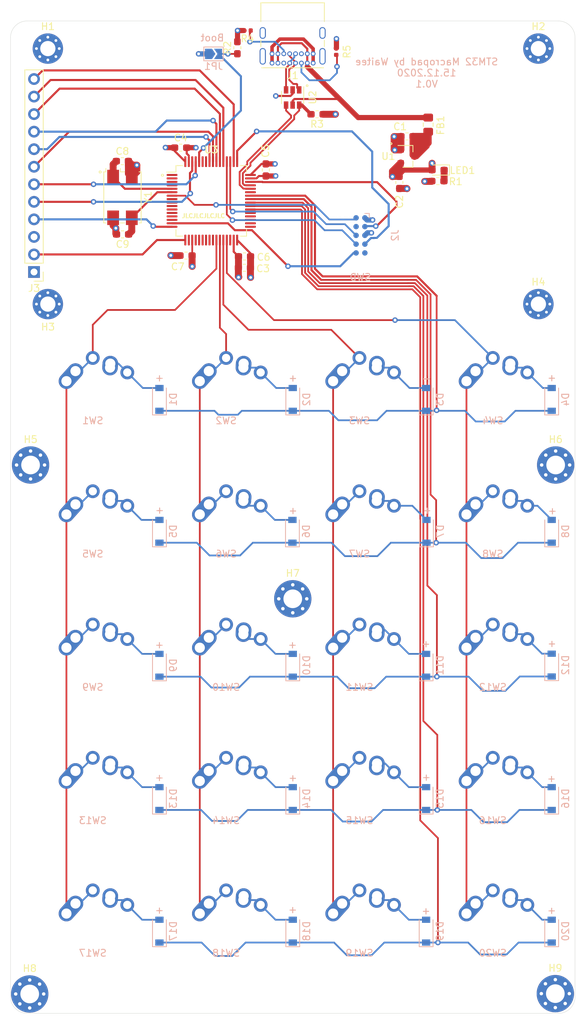
<source format=kicad_pcb>
(kicad_pcb (version 20171130) (host pcbnew "(5.1.6)-1")
  (layers (0 F.Cu signal) (1 In1.Cu power) (2 In2.Cu power) (31 B.Cu signal) (34 B.Paste user) (35 F.Paste user) (36 B.SilkS user) (37 F.SilkS user) (38 B.Mask user) (39 F.Mask user) (44 Edge.Cuts user))
  (net 0 "")
  (net 1 GND)
  (net 2 "Net-(C1-Pad1)")
  (net 3 +3V3)
  (net 4 HSE_IN)
  (net 5 HSE_OUT)
  (net 6 Row1)
  (net 7 "Net-(D1-Pad2)")
  (net 8 "Net-(D2-Pad2)")
  (net 9 "Net-(D3-Pad2)")
  (net 10 "Net-(D4-Pad2)")
  (net 11 "Net-(D5-Pad2)")
  (net 12 Row4)
  (net 13 "Net-(D6-Pad2)")
  (net 14 "Net-(D7-Pad2)")
  (net 15 "Net-(D8-Pad2)")
  (net 16 Row3)
  (net 17 "Net-(D9-Pad2)")
  (net 18 "Net-(D10-Pad2)")
  (net 19 "Net-(D11-Pad2)")
  (net 20 "Net-(D12-Pad2)")
  (net 21 "Net-(D13-Pad2)")
  (net 22 Row2)
  (net 23 "Net-(D14-Pad2)")
  (net 24 "Net-(D15-Pad2)")
  (net 25 "Net-(D16-Pad2)")
  (net 26 Row5)
  (net 27 "Net-(D17-Pad2)")
  (net 28 "Net-(D18-Pad2)")
  (net 29 "Net-(D19-Pad2)")
  (net 30 "Net-(D20-Pad2)")
  (net 31 +5V)
  (net 32 "Net-(J1-PadA5)")
  (net 33 USB_D+)
  (net 34 USB_D-)
  (net 35 "Net-(J1-PadA8)")
  (net 36 "Net-(J1-PadB8)")
  (net 37 "Net-(J1-PadB5)")
  (net 38 "Net-(J1-PadS1)")
  (net 39 SWDIO)
  (net 40 SWCLK)
  (net 41 "Net-(J2-Pad5)")
  (net 42 SWO)
  (net 43 UART_RX)
  (net 44 UART_TX)
  (net 45 "Net-(J2-Pad9)")
  (net 46 NRST)
  (net 47 LCD_LED)
  (net 48 TS_BSY)
  (net 49 TS_CS)
  (net 50 SPI_MISO)
  (net 51 SPI_MOSI)
  (net 52 SPI_SCK)
  (net 53 LCD_CS)
  (net 54 LCD_DC)
  (net 55 LCD_RST)
  (net 56 "Net-(JP1-Pad2)")
  (net 57 "Net-(LED1-Pad1)")
  (net 58 USBD+)
  (net 59 Col1)
  (net 60 Col2)
  (net 61 Col3)
  (net 62 Col4)
  (net 63 USBD-)
  (net 64 "Net-(U3-Pad1)")
  (net 65 "Net-(U3-Pad2)")
  (net 66 "Net-(U3-Pad3)")
  (net 67 "Net-(U3-Pad4)")
  (net 68 "Net-(U3-Pad12)")
  (net 69 "Net-(U3-Pad13)")
  (net 70 "Net-(U3-Pad30)")
  (net 71 "Net-(U3-Pad33)")
  (net 72 "Net-(U3-Pad34)")
  (net 73 "Net-(U3-Pad35)")
  (net 74 "Net-(U3-Pad36)")
  (net 75 "Net-(U3-Pad37)")
  (net 76 "Net-(U3-Pad43)")
  (net 77 "Net-(U3-Pad59)")
  (net 78 TS_IQR)
  (net 79 "Net-(U3-Pad8)")
  (net 80 "Net-(U3-Pad9)")
  (net 81 "Net-(U3-Pad10)")
  (net 82 "Net-(U3-Pad11)")
  (net 83 "Net-(U3-Pad14)")
  (net 84 "Net-(U3-Pad18)")
  (net 85 "Net-(U3-Pad20)")
  (net 86 "Net-(U3-Pad21)")
  (net 87 "Net-(U3-Pad22)")
  (net 88 "Net-(U3-Pad23)")
  (net 89 "Net-(U3-Pad24)")
  (net 90 "Net-(U3-Pad25)")
  (net 91 "Net-(U3-Pad58)")
  (module Connector_PinHeader_2.54mm:PinHeader_1x12_P2.54mm_Vertical (layer F.Cu) (at 81.9 74.05 180)
    (fp_text reference J3 (at -0.01 -2.36) (layer F.SilkS))
    (fp_text value CONN_LCD)
    (pad 1 thru_hole rect (at 0 0 180) (size 1.7 1.7) (drill 1) (layers *.Cu *.Mask) (net 1 GND))
    (pad 2 thru_hole oval (at 0 2.54 180) (size 1.7 1.7) (drill 1) (layers *.Cu *.Mask) (net 47 LCD_LED))
    (pad 3 thru_hole oval (at 0 5.08 180) (size 1.7 1.7) (drill 1) (layers *.Cu *.Mask) (net 3 +3V3))
    (pad 4 thru_hole oval (at 0 7.62 180) (size 1.7 1.7) (drill 1) (layers *.Cu *.Mask) (net 78 TS_IQR))
    (pad 5 thru_hole oval (at 0 10.16 180) (size 1.7 1.7) (drill 1) (layers *.Cu *.Mask) (net 48 TS_BSY))
    (pad 6 thru_hole oval (at 0 12.7 180) (size 1.7 1.7) (drill 1) (layers *.Cu *.Mask) (net 49 TS_CS))
    (pad 7 thru_hole oval (at 0 15.24 180) (size 1.7 1.7) (drill 1) (layers *.Cu *.Mask) (net 50 SPI_MISO))
    (pad 8 thru_hole oval (at 0 17.78 180) (size 1.7 1.7) (drill 1) (layers *.Cu *.Mask) (net 51 SPI_MOSI))
    (pad 9 thru_hole oval (at 0 20.32 180) (size 1.7 1.7) (drill 1) (layers *.Cu *.Mask) (net 52 SPI_SCK))
    (pad 10 thru_hole oval (at 0 22.86 180) (size 1.7 1.7) (drill 1) (layers *.Cu *.Mask) (net 53 LCD_CS))
    (pad 11 thru_hole oval (at 0 25.4 180) (size 1.7 1.7) (drill 1) (layers *.Cu *.Mask) (net 54 LCD_DC))
    (pad 12 thru_hole oval (at 0 27.94 180) (size 1.7 1.7) (drill 1) (layers *.Cu *.Mask) (net 55 LCD_RST))
  )
  (module Keebio-Parts:MX-Alps-Choc-1U-NoLED (layer F.Cu) (at 109.7 92.4)
    (fp_text reference SW2 (at 0 3.175) (layer B.SilkS) (effects (justify mirror)))
    (fp_text value SW_Push)
    (pad "" np_thru_hole circle (at -5.22 4.2 48.1) (size 1.2 1.2) (drill 1.2) (layers *.Cu *.Mask))
    (pad "" np_thru_hole circle (at 5.5 0 48.1) (size 1.7 1.7) (drill 1.7) (layers *.Cu *.Mask))
    (pad "" np_thru_hole circle (at -5.5 0 48.1) (size 1.7 1.7) (drill 1.7) (layers *.Cu *.Mask))
    (pad 2 thru_hole circle (at 0 -5.9) (size 2 2) (drill 1.2) (layers *.Cu *.Mask) (net 60 Col2))
    (pad 1 thru_hole circle (at 5 -3.8) (size 2 2) (drill 1.2) (layers *.Cu *.Mask) (net 8 "Net-(D2-Pad2)"))
    (pad "" np_thru_hole circle (at 5.08 0 48.0996) (size 1.75 1.75) (drill 1.75) (layers *.Cu *.Mask))
    (pad "" np_thru_hole circle (at -5.08 0 48.0996) (size 1.75 1.75) (drill 1.75) (layers *.Cu *.Mask))
    (pad 2 thru_hole circle (at -2.5 -4) (size 2.25 2.25) (drill 1.47) (layers *.Cu *.Mask) (net 60 Col2))
    (pad "" np_thru_hole circle (at 0 0) (size 3.9878 3.9878) (drill 3.9878) (layers *.Cu *.Mask))
    (pad 2 thru_hole oval (at -3.81 -2.54 48.1) (size 4.211556 2.25) (drill 1.47 (offset 0.980778 0)) (layers *.Cu *.Mask) (net 60 Col2))
    (pad 1 thru_hole circle (at 2.54 -5.08) (size 2.25 2.25) (drill 1.47) (layers *.Cu *.Mask) (net 8 "Net-(D2-Pad2)"))
    (pad 1 thru_hole oval (at 2.5 -4.5 86.1) (size 2.831378 2.25) (drill 1.47 (offset 0.290689 0)) (layers *.Cu *.Mask) (net 8 "Net-(D2-Pad2)"))
  )
  (module MountingHole:MountingHole_2.7mm_M2.5_Pad_Via (layer F.Cu) (at 157.35 178.55)
    (fp_text reference H9 (at 0 -3.7) (layer F.SilkS))
    (fp_text value MountingHole_Pad)
    (pad 1 thru_hole circle (at 1.431891 -1.431891) (size 0.8 0.8) (drill 0.5) (layers *.Cu *.Mask) (net 1 GND))
    (pad 1 thru_hole circle (at 0 -2.025) (size 0.8 0.8) (drill 0.5) (layers *.Cu *.Mask) (net 1 GND))
    (pad 1 thru_hole circle (at -1.431891 -1.431891) (size 0.8 0.8) (drill 0.5) (layers *.Cu *.Mask) (net 1 GND))
    (pad 1 thru_hole circle (at -2.025 0) (size 0.8 0.8) (drill 0.5) (layers *.Cu *.Mask) (net 1 GND))
    (pad 1 thru_hole circle (at -1.431891 1.431891) (size 0.8 0.8) (drill 0.5) (layers *.Cu *.Mask) (net 1 GND))
    (pad 1 thru_hole circle (at 0 2.025) (size 0.8 0.8) (drill 0.5) (layers *.Cu *.Mask) (net 1 GND))
    (pad 1 thru_hole circle (at 1.431891 1.431891) (size 0.8 0.8) (drill 0.5) (layers *.Cu *.Mask) (net 1 GND))
    (pad 1 thru_hole circle (at 2.025 0) (size 0.8 0.8) (drill 0.5) (layers *.Cu *.Mask) (net 1 GND))
    (pad 1 thru_hole circle (at 0 0) (size 5.4 5.4) (drill 2.7) (layers *.Cu *.Mask) (net 1 GND))
  )
  (module MountingHole:MountingHole_2.2mm_M2_Pad_Via (layer F.Cu) (at 154.9 78.7)
    (fp_text reference H4 (at 0 -3.2) (layer F.SilkS))
    (fp_text value MountingHole_Pad)
    (pad 1 thru_hole circle (at 1.166726 -1.166726) (size 0.7 0.7) (drill 0.4) (layers *.Cu *.Mask) (net 1 GND))
    (pad 1 thru_hole circle (at 0 -1.65) (size 0.7 0.7) (drill 0.4) (layers *.Cu *.Mask) (net 1 GND))
    (pad 1 thru_hole circle (at -1.166726 -1.166726) (size 0.7 0.7) (drill 0.4) (layers *.Cu *.Mask) (net 1 GND))
    (pad 1 thru_hole circle (at -1.65 0) (size 0.7 0.7) (drill 0.4) (layers *.Cu *.Mask) (net 1 GND))
    (pad 1 thru_hole circle (at -1.166726 1.166726) (size 0.7 0.7) (drill 0.4) (layers *.Cu *.Mask) (net 1 GND))
    (pad 1 thru_hole circle (at 0 1.65) (size 0.7 0.7) (drill 0.4) (layers *.Cu *.Mask) (net 1 GND))
    (pad 1 thru_hole circle (at 1.166726 1.166726) (size 0.7 0.7) (drill 0.4) (layers *.Cu *.Mask) (net 1 GND))
    (pad 1 thru_hole circle (at 1.65 0) (size 0.7 0.7) (drill 0.4) (layers *.Cu *.Mask) (net 1 GND))
    (pad 1 thru_hole circle (at 0 0) (size 4.4 4.4) (drill 2.2) (layers *.Cu *.Mask) (net 1 GND))
  )
  (module MountingHole:MountingHole_2.2mm_M2_Pad_Via (layer F.Cu) (at 83.9 78.7)
    (fp_text reference H3 (at 0.02 3.31) (layer F.SilkS))
    (fp_text value MountingHole_Pad)
    (pad 1 thru_hole circle (at 1.166726 -1.166726) (size 0.7 0.7) (drill 0.4) (layers *.Cu *.Mask) (net 1 GND))
    (pad 1 thru_hole circle (at 0 -1.65) (size 0.7 0.7) (drill 0.4) (layers *.Cu *.Mask) (net 1 GND))
    (pad 1 thru_hole circle (at -1.166726 -1.166726) (size 0.7 0.7) (drill 0.4) (layers *.Cu *.Mask) (net 1 GND))
    (pad 1 thru_hole circle (at -1.65 0) (size 0.7 0.7) (drill 0.4) (layers *.Cu *.Mask) (net 1 GND))
    (pad 1 thru_hole circle (at -1.166726 1.166726) (size 0.7 0.7) (drill 0.4) (layers *.Cu *.Mask) (net 1 GND))
    (pad 1 thru_hole circle (at 0 1.65) (size 0.7 0.7) (drill 0.4) (layers *.Cu *.Mask) (net 1 GND))
    (pad 1 thru_hole circle (at 1.166726 1.166726) (size 0.7 0.7) (drill 0.4) (layers *.Cu *.Mask) (net 1 GND))
    (pad 1 thru_hole circle (at 1.65 0) (size 0.7 0.7) (drill 0.4) (layers *.Cu *.Mask) (net 1 GND))
    (pad 1 thru_hole circle (at 0 0) (size 4.4 4.4) (drill 2.2) (layers *.Cu *.Mask) (net 1 GND))
  )
  (module MountingHole:MountingHole_2.2mm_M2_Pad_Via (layer F.Cu) (at 154.9 41.7)
    (fp_text reference H2 (at 0 -3.2) (layer F.SilkS))
    (fp_text value MountingHole_Pad)
    (pad 1 thru_hole circle (at 1.166726 -1.166726) (size 0.7 0.7) (drill 0.4) (layers *.Cu *.Mask) (net 1 GND))
    (pad 1 thru_hole circle (at 0 -1.65) (size 0.7 0.7) (drill 0.4) (layers *.Cu *.Mask) (net 1 GND))
    (pad 1 thru_hole circle (at -1.166726 -1.166726) (size 0.7 0.7) (drill 0.4) (layers *.Cu *.Mask) (net 1 GND))
    (pad 1 thru_hole circle (at -1.65 0) (size 0.7 0.7) (drill 0.4) (layers *.Cu *.Mask) (net 1 GND))
    (pad 1 thru_hole circle (at -1.166726 1.166726) (size 0.7 0.7) (drill 0.4) (layers *.Cu *.Mask) (net 1 GND))
    (pad 1 thru_hole circle (at 0 1.65) (size 0.7 0.7) (drill 0.4) (layers *.Cu *.Mask) (net 1 GND))
    (pad 1 thru_hole circle (at 1.166726 1.166726) (size 0.7 0.7) (drill 0.4) (layers *.Cu *.Mask) (net 1 GND))
    (pad 1 thru_hole circle (at 1.65 0) (size 0.7 0.7) (drill 0.4) (layers *.Cu *.Mask) (net 1 GND))
    (pad 1 thru_hole circle (at 0 0) (size 4.4 4.4) (drill 2.2) (layers *.Cu *.Mask) (net 1 GND))
  )
  (module MountingHole:MountingHole_2.2mm_M2_Pad_Via (layer F.Cu) (at 83.9 41.7)
    (fp_text reference H1 (at 0 -3.2) (layer F.SilkS))
    (fp_text value MountingHole_Pad)
    (pad 1 thru_hole circle (at 1.166726 -1.166726) (size 0.7 0.7) (drill 0.4) (layers *.Cu *.Mask) (net 1 GND))
    (pad 1 thru_hole circle (at 0 -1.65) (size 0.7 0.7) (drill 0.4) (layers *.Cu *.Mask) (net 1 GND))
    (pad 1 thru_hole circle (at -1.166726 -1.166726) (size 0.7 0.7) (drill 0.4) (layers *.Cu *.Mask) (net 1 GND))
    (pad 1 thru_hole circle (at -1.65 0) (size 0.7 0.7) (drill 0.4) (layers *.Cu *.Mask) (net 1 GND))
    (pad 1 thru_hole circle (at -1.166726 1.166726) (size 0.7 0.7) (drill 0.4) (layers *.Cu *.Mask) (net 1 GND))
    (pad 1 thru_hole circle (at 0 1.65) (size 0.7 0.7) (drill 0.4) (layers *.Cu *.Mask) (net 1 GND))
    (pad 1 thru_hole circle (at 1.166726 1.166726) (size 0.7 0.7) (drill 0.4) (layers *.Cu *.Mask) (net 1 GND))
    (pad 1 thru_hole circle (at 1.65 0) (size 0.7 0.7) (drill 0.4) (layers *.Cu *.Mask) (net 1 GND))
    (pad 1 thru_hole circle (at 0 0) (size 4.4 4.4) (drill 2.2) (layers *.Cu *.Mask) (net 1 GND))
  )
  (module Diode_SMD:D_SOD-123 (layer B.Cu) (at 100.05 92.5 90)
    (fp_text reference D1 (at 0 2 270) (layer B.SilkS) (effects (justify mirror)))
    (fp_text value D)
    (pad 1 smd rect (at -1.65 0 90) (size 0.9 1.2) (layers B.Cu B.Paste B.Mask) (net 6 Row1))
    (pad 2 smd rect (at 1.65 0 90) (size 0.9 1.2) (layers B.Cu B.Paste B.Mask) (net 7 "Net-(D1-Pad2)"))
  )
  (module Diode_SMD:D_SOD-123 (layer B.Cu) (at 119.35 92.5 90)
    (fp_text reference D2 (at 0 2 270) (layer B.SilkS) (effects (justify mirror)))
    (fp_text value D)
    (pad 1 smd rect (at -1.65 0 90) (size 0.9 1.2) (layers B.Cu B.Paste B.Mask) (net 6 Row1))
    (pad 2 smd rect (at 1.65 0 90) (size 0.9 1.2) (layers B.Cu B.Paste B.Mask) (net 8 "Net-(D2-Pad2)"))
  )
  (module Diode_SMD:D_SOD-123 (layer B.Cu) (at 138.65 92.5 90)
    (fp_text reference D3 (at 0 2 270) (layer B.SilkS) (effects (justify mirror)))
    (fp_text value D)
    (pad 2 smd rect (at 1.65 0 90) (size 0.9 1.2) (layers B.Cu B.Paste B.Mask) (net 9 "Net-(D3-Pad2)"))
    (pad 1 smd rect (at -1.65 0 90) (size 0.9 1.2) (layers B.Cu B.Paste B.Mask) (net 6 Row1))
  )
  (module Diode_SMD:D_SOD-123 (layer B.Cu) (at 156.825 92.5 90)
    (fp_text reference D4 (at 0 2 270) (layer B.SilkS) (effects (justify mirror)))
    (fp_text value D)
    (pad 1 smd rect (at -1.65 0 90) (size 0.9 1.2) (layers B.Cu B.Paste B.Mask) (net 6 Row1))
    (pad 2 smd rect (at 1.65 0 90) (size 0.9 1.2) (layers B.Cu B.Paste B.Mask) (net 10 "Net-(D4-Pad2)"))
  )
  (module Diode_SMD:D_SOD-123 (layer B.Cu) (at 100.05 111.6 90)
    (fp_text reference D5 (at 0 2 270) (layer B.SilkS) (effects (justify mirror)))
    (fp_text value D)
    (pad 2 smd rect (at 1.65 0 90) (size 0.9 1.2) (layers B.Cu B.Paste B.Mask) (net 11 "Net-(D5-Pad2)"))
    (pad 1 smd rect (at -1.65 0 90) (size 0.9 1.2) (layers B.Cu B.Paste B.Mask) (net 22 Row2))
  )
  (module Diode_SMD:D_SOD-123 (layer B.Cu) (at 119.3 111.6 90)
    (fp_text reference D6 (at 0 2 270) (layer B.SilkS) (effects (justify mirror)))
    (fp_text value D)
    (pad 2 smd rect (at 1.65 0 90) (size 0.9 1.2) (layers B.Cu B.Paste B.Mask) (net 13 "Net-(D6-Pad2)"))
    (pad 1 smd rect (at -1.65 0 90) (size 0.9 1.2) (layers B.Cu B.Paste B.Mask) (net 22 Row2))
  )
  (module Diode_SMD:D_SOD-123 (layer B.Cu) (at 138.7 111.6 90)
    (fp_text reference D7 (at 0 2 270) (layer B.SilkS) (effects (justify mirror)))
    (fp_text value D)
    (pad 1 smd rect (at -1.65 0 90) (size 0.9 1.2) (layers B.Cu B.Paste B.Mask) (net 22 Row2))
    (pad 2 smd rect (at 1.65 0 90) (size 0.9 1.2) (layers B.Cu B.Paste B.Mask) (net 14 "Net-(D7-Pad2)"))
  )
  (module Diode_SMD:D_SOD-123 (layer B.Cu) (at 156.825 111.6 90)
    (fp_text reference D8 (at 0 2 270) (layer B.SilkS) (effects (justify mirror)))
    (fp_text value D)
    (pad 2 smd rect (at 1.65 0 90) (size 0.9 1.2) (layers B.Cu B.Paste B.Mask) (net 15 "Net-(D8-Pad2)"))
    (pad 1 smd rect (at -1.65 0 90) (size 0.9 1.2) (layers B.Cu B.Paste B.Mask) (net 22 Row2))
  )
  (module Diode_SMD:D_SOD-123 (layer B.Cu) (at 100.05 131 90)
    (fp_text reference D9 (at 0 2 270) (layer B.SilkS) (effects (justify mirror)))
    (fp_text value D)
    (pad 1 smd rect (at -1.65 0 90) (size 0.9 1.2) (layers B.Cu B.Paste B.Mask) (net 16 Row3))
    (pad 2 smd rect (at 1.65 0 90) (size 0.9 1.2) (layers B.Cu B.Paste B.Mask) (net 17 "Net-(D9-Pad2)"))
  )
  (module Diode_SMD:D_SOD-123 (layer B.Cu) (at 119.35 131 90)
    (fp_text reference D10 (at 0 2 270) (layer B.SilkS) (effects (justify mirror)))
    (fp_text value D)
    (pad 1 smd rect (at -1.65 0 90) (size 0.9 1.2) (layers B.Cu B.Paste B.Mask) (net 16 Row3))
    (pad 2 smd rect (at 1.65 0 90) (size 0.9 1.2) (layers B.Cu B.Paste B.Mask) (net 18 "Net-(D10-Pad2)"))
  )
  (module Diode_SMD:D_SOD-123 (layer B.Cu) (at 138.65 131 90)
    (fp_text reference D11 (at 0 2 270) (layer B.SilkS) (effects (justify mirror)))
    (fp_text value D)
    (pad 2 smd rect (at 1.65 0 90) (size 0.9 1.2) (layers B.Cu B.Paste B.Mask) (net 19 "Net-(D11-Pad2)"))
    (pad 1 smd rect (at -1.65 0 90) (size 0.9 1.2) (layers B.Cu B.Paste B.Mask) (net 16 Row3))
  )
  (module Diode_SMD:D_SOD-123 (layer B.Cu) (at 156.825 130.975 90)
    (fp_text reference D12 (at 0 2 270) (layer B.SilkS) (effects (justify mirror)))
    (fp_text value D)
    (pad 1 smd rect (at -1.65 0 90) (size 0.9 1.2) (layers B.Cu B.Paste B.Mask) (net 16 Row3))
    (pad 2 smd rect (at 1.65 0 90) (size 0.9 1.2) (layers B.Cu B.Paste B.Mask) (net 20 "Net-(D12-Pad2)"))
  )
  (module Diode_SMD:D_SOD-123 (layer B.Cu) (at 100.05 150.3 90)
    (fp_text reference D13 (at 0 2 270) (layer B.SilkS) (effects (justify mirror)))
    (fp_text value D)
    (pad 2 smd rect (at 1.65 0 90) (size 0.9 1.2) (layers B.Cu B.Paste B.Mask) (net 21 "Net-(D13-Pad2)"))
    (pad 1 smd rect (at -1.65 0 90) (size 0.9 1.2) (layers B.Cu B.Paste B.Mask) (net 12 Row4))
  )
  (module Diode_SMD:D_SOD-123 (layer B.Cu) (at 119.35 150.3 90)
    (fp_text reference D14 (at 0 2 270) (layer B.SilkS) (effects (justify mirror)))
    (fp_text value D)
    (pad 2 smd rect (at 1.65 0 90) (size 0.9 1.2) (layers B.Cu B.Paste B.Mask) (net 23 "Net-(D14-Pad2)"))
    (pad 1 smd rect (at -1.65 0 90) (size 0.9 1.2) (layers B.Cu B.Paste B.Mask) (net 12 Row4))
  )
  (module Diode_SMD:D_SOD-123 (layer B.Cu) (at 138.65 150.3 90)
    (fp_text reference D15 (at 0 2 270) (layer B.SilkS) (effects (justify mirror)))
    (fp_text value D)
    (pad 1 smd rect (at -1.65 0 90) (size 0.9 1.2) (layers B.Cu B.Paste B.Mask) (net 12 Row4))
    (pad 2 smd rect (at 1.65 0 90) (size 0.9 1.2) (layers B.Cu B.Paste B.Mask) (net 24 "Net-(D15-Pad2)"))
  )
  (module Diode_SMD:D_SOD-123 (layer B.Cu) (at 156.825 150.3 90)
    (fp_text reference D16 (at 0 2 -90) (layer B.SilkS) (effects (justify mirror)))
    (fp_text value D)
    (pad 2 smd rect (at 1.65 0 90) (size 0.9 1.2) (layers B.Cu B.Paste B.Mask) (net 25 "Net-(D16-Pad2)"))
    (pad 1 smd rect (at -1.65 0 90) (size 0.9 1.2) (layers B.Cu B.Paste B.Mask) (net 12 Row4))
  )
  (module Diode_SMD:D_SOD-123 (layer B.Cu) (at 100.05 169.5 90)
    (fp_text reference D17 (at 0 2 270) (layer B.SilkS) (effects (justify mirror)))
    (fp_text value D)
    (pad 1 smd rect (at -1.65 0 90) (size 0.9 1.2) (layers B.Cu B.Paste B.Mask) (net 26 Row5))
    (pad 2 smd rect (at 1.65 0 90) (size 0.9 1.2) (layers B.Cu B.Paste B.Mask) (net 27 "Net-(D17-Pad2)"))
  )
  (module Diode_SMD:D_SOD-123 (layer B.Cu) (at 119.35 169.5 90)
    (fp_text reference D18 (at 0 2 270) (layer B.SilkS) (effects (justify mirror)))
    (fp_text value D)
    (pad 1 smd rect (at -1.65 0 90) (size 0.9 1.2) (layers B.Cu B.Paste B.Mask) (net 26 Row5))
    (pad 2 smd rect (at 1.65 0 90) (size 0.9 1.2) (layers B.Cu B.Paste B.Mask) (net 28 "Net-(D18-Pad2)"))
  )
  (module Diode_SMD:D_SOD-123 (layer B.Cu) (at 138.65 169.5 90)
    (fp_text reference D19 (at 0 2 270) (layer B.SilkS) (effects (justify mirror)))
    (fp_text value D)
    (pad 2 smd rect (at 1.65 0 90) (size 0.9 1.2) (layers B.Cu B.Paste B.Mask) (net 29 "Net-(D19-Pad2)"))
    (pad 1 smd rect (at -1.65 0 90) (size 0.9 1.2) (layers B.Cu B.Paste B.Mask) (net 26 Row5))
  )
  (module Diode_SMD:D_SOD-123 (layer B.Cu) (at 156.825 169.5 90)
    (fp_text reference D20 (at 0 2 270) (layer B.SilkS) (effects (justify mirror)))
    (fp_text value D)
    (pad 2 smd rect (at 1.65 0 90) (size 0.9 1.2) (layers B.Cu B.Paste B.Mask) (net 30 "Net-(D20-Pad2)"))
    (pad 1 smd rect (at -1.65 0 90) (size 0.9 1.2) (layers B.Cu B.Paste B.Mask) (net 26 Row5))
  )
  (module Inductor_SMD:L_0805_2012Metric_Pad1.15x1.40mm_HandSolder (layer F.Cu) (at 138.95 52.715 90)
    (fp_text reference FB1 (at -0.1 1.8 90) (layer F.SilkS))
    (fp_text value 100R)
    (pad 1 smd roundrect (at -1.025 0 90) (size 1.15 1.4) (layers F.Cu F.Paste F.Mask) (roundrect_rratio 0.217391) (net 2 "Net-(C1-Pad1)"))
    (pad 2 smd roundrect (at 1.025 0 90) (size 1.15 1.4) (layers F.Cu F.Paste F.Mask) (roundrect_rratio 0.217391) (net 31 +5V))
  )
  (module MountingHole:MountingHole_2.7mm_M2.5_Pad_Via (layer F.Cu) (at 81.4 102)
    (fp_text reference H5 (at 0 -3.7) (layer F.SilkS))
    (fp_text value MountingHole_Pad)
    (pad 1 thru_hole circle (at 0 0) (size 5.4 5.4) (drill 2.7) (layers *.Cu *.Mask) (net 1 GND))
    (pad 1 thru_hole circle (at 2.025 0) (size 0.8 0.8) (drill 0.5) (layers *.Cu *.Mask) (net 1 GND))
    (pad 1 thru_hole circle (at 1.431891 1.431891) (size 0.8 0.8) (drill 0.5) (layers *.Cu *.Mask) (net 1 GND))
    (pad 1 thru_hole circle (at 0 2.025) (size 0.8 0.8) (drill 0.5) (layers *.Cu *.Mask) (net 1 GND))
    (pad 1 thru_hole circle (at -1.431891 1.431891) (size 0.8 0.8) (drill 0.5) (layers *.Cu *.Mask) (net 1 GND))
    (pad 1 thru_hole circle (at -2.025 0) (size 0.8 0.8) (drill 0.5) (layers *.Cu *.Mask) (net 1 GND))
    (pad 1 thru_hole circle (at -1.431891 -1.431891) (size 0.8 0.8) (drill 0.5) (layers *.Cu *.Mask) (net 1 GND))
    (pad 1 thru_hole circle (at 0 -2.025) (size 0.8 0.8) (drill 0.5) (layers *.Cu *.Mask) (net 1 GND))
    (pad 1 thru_hole circle (at 1.431891 -1.431891) (size 0.8 0.8) (drill 0.5) (layers *.Cu *.Mask) (net 1 GND))
  )
  (module MountingHole:MountingHole_2.7mm_M2.5_Pad_Via (layer F.Cu) (at 157.4 102)
    (fp_text reference H6 (at 0 -3.7) (layer F.SilkS))
    (fp_text value MountingHole_Pad)
    (pad 1 thru_hole circle (at 0 0) (size 5.4 5.4) (drill 2.7) (layers *.Cu *.Mask) (net 1 GND))
    (pad 1 thru_hole circle (at 2.025 0) (size 0.8 0.8) (drill 0.5) (layers *.Cu *.Mask) (net 1 GND))
    (pad 1 thru_hole circle (at 1.431891 1.431891) (size 0.8 0.8) (drill 0.5) (layers *.Cu *.Mask) (net 1 GND))
    (pad 1 thru_hole circle (at 0 2.025) (size 0.8 0.8) (drill 0.5) (layers *.Cu *.Mask) (net 1 GND))
    (pad 1 thru_hole circle (at -1.431891 1.431891) (size 0.8 0.8) (drill 0.5) (layers *.Cu *.Mask) (net 1 GND))
    (pad 1 thru_hole circle (at -2.025 0) (size 0.8 0.8) (drill 0.5) (layers *.Cu *.Mask) (net 1 GND))
    (pad 1 thru_hole circle (at -1.431891 -1.431891) (size 0.8 0.8) (drill 0.5) (layers *.Cu *.Mask) (net 1 GND))
    (pad 1 thru_hole circle (at 0 -2.025) (size 0.8 0.8) (drill 0.5) (layers *.Cu *.Mask) (net 1 GND))
    (pad 1 thru_hole circle (at 1.431891 -1.431891) (size 0.8 0.8) (drill 0.5) (layers *.Cu *.Mask) (net 1 GND))
  )
  (module MountingHole:MountingHole_2.7mm_M2.5_Pad_Via (layer F.Cu) (at 119.35 121.375)
    (fp_text reference H7 (at 0 -3.7) (layer F.SilkS))
    (fp_text value MountingHole_Pad)
    (pad 1 thru_hole circle (at 1.431891 -1.431891) (size 0.8 0.8) (drill 0.5) (layers *.Cu *.Mask) (net 1 GND))
    (pad 1 thru_hole circle (at 0 -2.025) (size 0.8 0.8) (drill 0.5) (layers *.Cu *.Mask) (net 1 GND))
    (pad 1 thru_hole circle (at -1.431891 -1.431891) (size 0.8 0.8) (drill 0.5) (layers *.Cu *.Mask) (net 1 GND))
    (pad 1 thru_hole circle (at -2.025 0) (size 0.8 0.8) (drill 0.5) (layers *.Cu *.Mask) (net 1 GND))
    (pad 1 thru_hole circle (at -1.431891 1.431891) (size 0.8 0.8) (drill 0.5) (layers *.Cu *.Mask) (net 1 GND))
    (pad 1 thru_hole circle (at 0 2.025) (size 0.8 0.8) (drill 0.5) (layers *.Cu *.Mask) (net 1 GND))
    (pad 1 thru_hole circle (at 1.431891 1.431891) (size 0.8 0.8) (drill 0.5) (layers *.Cu *.Mask) (net 1 GND))
    (pad 1 thru_hole circle (at 2.025 0) (size 0.8 0.8) (drill 0.5) (layers *.Cu *.Mask) (net 1 GND))
    (pad 1 thru_hole circle (at 0 0) (size 5.4 5.4) (drill 2.7) (layers *.Cu *.Mask) (net 1 GND))
  )
  (module MountingHole:MountingHole_2.7mm_M2.5_Pad_Via (layer F.Cu) (at 81.275 178.6)
    (fp_text reference H8 (at 0 -3.7) (layer F.SilkS))
    (fp_text value MountingHole_Pad)
    (pad 1 thru_hole circle (at 1.431891 -1.431891) (size 0.8 0.8) (drill 0.5) (layers *.Cu *.Mask) (net 1 GND))
    (pad 1 thru_hole circle (at 0 -2.025) (size 0.8 0.8) (drill 0.5) (layers *.Cu *.Mask) (net 1 GND))
    (pad 1 thru_hole circle (at -1.431891 -1.431891) (size 0.8 0.8) (drill 0.5) (layers *.Cu *.Mask) (net 1 GND))
    (pad 1 thru_hole circle (at -2.025 0) (size 0.8 0.8) (drill 0.5) (layers *.Cu *.Mask) (net 1 GND))
    (pad 1 thru_hole circle (at -1.431891 1.431891) (size 0.8 0.8) (drill 0.5) (layers *.Cu *.Mask) (net 1 GND))
    (pad 1 thru_hole circle (at 0 2.025) (size 0.8 0.8) (drill 0.5) (layers *.Cu *.Mask) (net 1 GND))
    (pad 1 thru_hole circle (at 1.431891 1.431891) (size 0.8 0.8) (drill 0.5) (layers *.Cu *.Mask) (net 1 GND))
    (pad 1 thru_hole circle (at 2.025 0) (size 0.8 0.8) (drill 0.5) (layers *.Cu *.Mask) (net 1 GND))
    (pad 1 thru_hole circle (at 0 0) (size 5.4 5.4) (drill 2.7) (layers *.Cu *.Mask) (net 1 GND))
  )
  (module Connector_USB:USB_C_Receptacle_GCT_USB4085 (layer F.Cu) (at 122.3 43.8 180)
    (fp_text reference J1 (at 2.975 -1.8) (layer F.SilkS))
    (fp_text value USB_C_Receptacle_USB2.0)
    (pad A1 thru_hole circle (at 0 0 180) (size 0.7 0.7) (drill 0.4) (layers *.Cu *.Mask) (net 1 GND))
    (pad A4 thru_hole circle (at 0.85 0 180) (size 0.7 0.7) (drill 0.4) (layers *.Cu *.Mask) (net 31 +5V))
    (pad A5 thru_hole circle (at 1.7 0 180) (size 0.7 0.7) (drill 0.4) (layers *.Cu *.Mask) (net 32 "Net-(J1-PadA5)"))
    (pad A6 thru_hole circle (at 2.55 0 180) (size 0.7 0.7) (drill 0.4) (layers *.Cu *.Mask) (net 33 USB_D+))
    (pad A7 thru_hole circle (at 3.4 0 180) (size 0.7 0.7) (drill 0.4) (layers *.Cu *.Mask) (net 34 USB_D-))
    (pad A8 thru_hole circle (at 4.25 0 180) (size 0.7 0.7) (drill 0.4) (layers *.Cu *.Mask) (net 35 "Net-(J1-PadA8)"))
    (pad A9 thru_hole circle (at 5.1 0 180) (size 0.7 0.7) (drill 0.4) (layers *.Cu *.Mask) (net 31 +5V))
    (pad A12 thru_hole circle (at 5.95 0 180) (size 0.7 0.7) (drill 0.4) (layers *.Cu *.Mask) (net 1 GND))
    (pad B9 thru_hole circle (at 0.85 1.35 180) (size 0.7 0.7) (drill 0.4) (layers *.Cu *.Mask) (net 31 +5V))
    (pad B7 thru_hole circle (at 2.55 1.35 180) (size 0.7 0.7) (drill 0.4) (layers *.Cu *.Mask) (net 34 USB_D-))
    (pad B8 thru_hole circle (at 1.7 1.35 180) (size 0.7 0.7) (drill 0.4) (layers *.Cu *.Mask) (net 36 "Net-(J1-PadB8)"))
    (pad B12 thru_hole circle (at 0 1.35 180) (size 0.7 0.7) (drill 0.4) (layers *.Cu *.Mask) (net 1 GND))
    (pad B5 thru_hole circle (at 4.25 1.35 180) (size 0.7 0.7) (drill 0.4) (layers *.Cu *.Mask) (net 37 "Net-(J1-PadB5)"))
    (pad B4 thru_hole circle (at 5.1 1.35 180) (size 0.7 0.7) (drill 0.4) (layers *.Cu *.Mask) (net 31 +5V))
    (pad B1 thru_hole circle (at 5.95 1.35 180) (size 0.7 0.7) (drill 0.4) (layers *.Cu *.Mask) (net 1 GND))
    (pad B6 thru_hole circle (at 3.4 1.35 180) (size 0.7 0.7) (drill 0.4) (layers *.Cu *.Mask) (net 33 USB_D+))
    (pad S1 thru_hole oval (at -1.35 0.98 180) (size 0.9 2.4) (drill oval 0.6 2.1) (layers *.Cu *.Mask) (net 38 "Net-(J1-PadS1)"))
    (pad S1 thru_hole oval (at 7.3 0.98 180) (size 0.9 2.4) (drill oval 0.6 2.1) (layers *.Cu *.Mask) (net 38 "Net-(J1-PadS1)"))
    (pad S1 thru_hole oval (at -1.35 4.36 180) (size 0.9 1.7) (drill oval 0.6 1.4) (layers *.Cu *.Mask) (net 38 "Net-(J1-PadS1)"))
    (pad S1 thru_hole oval (at 7.3 4.36 180) (size 0.9 1.7) (drill oval 0.6 1.4) (layers *.Cu *.Mask) (net 38 "Net-(J1-PadS1)"))
  )
  (module Connector:Tag-Connect_TC2050-IDC-FP_2x05_P1.27mm_Vertical (layer B.Cu) (at 129.15 68.75 270)
    (fp_text reference J2 (at 0 -5 270) (layer B.SilkS) (effects (justify mirror)))
    (fp_text value TC2050-IDC)
    (pad "" np_thru_hole circle (at 3.81 1.016 270) (size 0.9906 0.9906) (drill 0.9906) (layers *.Cu *.Mask))
    (pad "" np_thru_hole circle (at 3.81 -1.016 270) (size 0.9906 0.9906) (drill 0.9906) (layers *.Cu *.Mask))
    (pad "" np_thru_hole circle (at -3.81 0 270) (size 0.9906 0.9906) (drill 0.9906) (layers *.Cu *.Mask))
    (pad 1 connect circle (at -2.54 -0.635 270) (size 0.7874 0.7874) (layers B.Cu B.Mask) (net 3 +3V3))
    (pad 2 connect circle (at -1.27 -0.635 270) (size 0.7874 0.7874) (layers B.Cu B.Mask) (net 39 SWDIO))
    (pad 3 connect circle (at 0 -0.635 270) (size 0.7874 0.7874) (layers B.Cu B.Mask) (net 1 GND))
    (pad 4 connect circle (at 1.27 -0.635 270) (size 0.7874 0.7874) (layers B.Cu B.Mask) (net 40 SWCLK))
    (pad 5 connect circle (at 2.54 -0.635 270) (size 0.7874 0.7874) (layers B.Cu B.Mask) (net 41 "Net-(J2-Pad5)"))
    (pad 6 connect circle (at 2.54 0.635 270) (size 0.7874 0.7874) (layers B.Cu B.Mask) (net 42 SWO))
    (pad 7 connect circle (at 1.27 0.635 270) (size 0.7874 0.7874) (layers B.Cu B.Mask) (net 43 UART_RX))
    (pad 8 connect circle (at 0 0.635 270) (size 0.7874 0.7874) (layers B.Cu B.Mask) (net 44 UART_TX))
    (pad 9 connect circle (at -1.27 0.635 270) (size 0.7874 0.7874) (layers B.Cu B.Mask) (net 45 "Net-(J2-Pad9)"))
    (pad 10 connect circle (at -2.54 0.635 270) (size 0.7874 0.7874) (layers B.Cu B.Mask) (net 46 NRST))
    (pad "" np_thru_hole circle (at -3.81 2.54 270) (size 2.3749 2.3749) (drill 2.3749) (layers *.Cu *.Mask))
    (pad "" np_thru_hole circle (at -3.81 -2.54 270) (size 2.3749 2.3749) (drill 2.3749) (layers *.Cu *.Mask))
    (pad "" np_thru_hole circle (at 1.905 -2.54 270) (size 2.3749 2.3749) (drill 2.3749) (layers *.Cu *.Mask))
    (pad "" np_thru_hole circle (at 1.905 2.54 270) (size 2.3749 2.3749) (drill 2.3749) (layers *.Cu *.Mask))
  )
  (module LED_SMD:LED_0603_1608Metric_Pad1.05x0.95mm_HandSolder (layer F.Cu) (at 140.38 59.285 180)
    (fp_text reference LED1 (at -3.525 -0.05) (layer F.SilkS))
    (fp_text value LED)
    (pad 1 smd roundrect (at -0.875 0 180) (size 1.05 0.95) (layers F.Cu F.Paste F.Mask) (net 57 "Net-(LED1-Pad1)"))
    (pad 2 smd roundrect (at 0.875 0 180) (size 1.05 0.95) (layers F.Cu F.Paste F.Mask) (net 3 +3V3))
  )
  (module Keebio-Parts:MX-Alps-Choc-1U-NoLED (layer F.Cu) (at 90.4 92.4)
    (fp_text reference SW1 (at 0 3.175) (layer B.SilkS) (effects (justify mirror)))
    (fp_text value SW_Push)
    (pad 1 thru_hole oval (at 2.5 -4.5 86.1) (size 2.831378 2.25) (drill 1.47 (offset 0.290689 0)) (layers *.Cu *.Mask) (net 7 "Net-(D1-Pad2)"))
    (pad 1 thru_hole circle (at 2.54 -5.08) (size 2.25 2.25) (drill 1.47) (layers *.Cu *.Mask) (net 7 "Net-(D1-Pad2)"))
    (pad 2 thru_hole oval (at -3.81 -2.54 48.1) (size 4.211556 2.25) (drill 1.47 (offset 0.980778 0)) (layers *.Cu *.Mask) (net 59 Col1))
    (pad "" np_thru_hole circle (at 0 0) (size 3.9878 3.9878) (drill 3.9878) (layers *.Cu *.Mask))
    (pad 2 thru_hole circle (at -2.5 -4) (size 2.25 2.25) (drill 1.47) (layers *.Cu *.Mask) (net 59 Col1))
    (pad "" np_thru_hole circle (at -5.08 0 48.0996) (size 1.75 1.75) (drill 1.75) (layers *.Cu *.Mask))
    (pad "" np_thru_hole circle (at 5.08 0 48.0996) (size 1.75 1.75) (drill 1.75) (layers *.Cu *.Mask))
    (pad 1 thru_hole circle (at 5 -3.8) (size 2 2) (drill 1.2) (layers *.Cu *.Mask) (net 7 "Net-(D1-Pad2)"))
    (pad 2 thru_hole circle (at 0 -5.9) (size 2 2) (drill 1.2) (layers *.Cu *.Mask) (net 59 Col1))
    (pad "" np_thru_hole circle (at -5.5 0 48.1) (size 1.7 1.7) (drill 1.7) (layers *.Cu *.Mask))
    (pad "" np_thru_hole circle (at 5.5 0 48.1) (size 1.7 1.7) (drill 1.7) (layers *.Cu *.Mask))
    (pad "" np_thru_hole circle (at -5.22 4.2 48.1) (size 1.2 1.2) (drill 1.2) (layers *.Cu *.Mask))
  )
  (module Keebio-Parts:MX-Alps-Choc-1U-NoLED (layer F.Cu) (at 129 92.4)
    (fp_text reference SW3 (at 0 3.175) (layer B.SilkS) (effects (justify mirror)))
    (fp_text value SW_Push)
    (pad "" np_thru_hole circle (at -5.22 4.2 48.1) (size 1.2 1.2) (drill 1.2) (layers *.Cu *.Mask))
    (pad "" np_thru_hole circle (at 5.5 0 48.1) (size 1.7 1.7) (drill 1.7) (layers *.Cu *.Mask))
    (pad "" np_thru_hole circle (at -5.5 0 48.1) (size 1.7 1.7) (drill 1.7) (layers *.Cu *.Mask))
    (pad 2 thru_hole circle (at 0 -5.9) (size 2 2) (drill 1.2) (layers *.Cu *.Mask) (net 61 Col3))
    (pad 1 thru_hole circle (at 5 -3.8) (size 2 2) (drill 1.2) (layers *.Cu *.Mask) (net 9 "Net-(D3-Pad2)"))
    (pad "" np_thru_hole circle (at 5.08 0 48.0996) (size 1.75 1.75) (drill 1.75) (layers *.Cu *.Mask))
    (pad "" np_thru_hole circle (at -5.08 0 48.0996) (size 1.75 1.75) (drill 1.75) (layers *.Cu *.Mask))
    (pad 2 thru_hole circle (at -2.5 -4) (size 2.25 2.25) (drill 1.47) (layers *.Cu *.Mask) (net 61 Col3))
    (pad "" np_thru_hole circle (at 0 0) (size 3.9878 3.9878) (drill 3.9878) (layers *.Cu *.Mask))
    (pad 2 thru_hole oval (at -3.81 -2.54 48.1) (size 4.211556 2.25) (drill 1.47 (offset 0.980778 0)) (layers *.Cu *.Mask) (net 61 Col3))
    (pad 1 thru_hole circle (at 2.54 -5.08) (size 2.25 2.25) (drill 1.47) (layers *.Cu *.Mask) (net 9 "Net-(D3-Pad2)"))
    (pad 1 thru_hole oval (at 2.5 -4.5 86.1) (size 2.831378 2.25) (drill 1.47 (offset 0.290689 0)) (layers *.Cu *.Mask) (net 9 "Net-(D3-Pad2)"))
  )
  (module Keebio-Parts:MX-Alps-Choc-1U-NoLED (layer F.Cu) (at 148.3 92.4)
    (fp_text reference SW4 (at 0 3.175) (layer B.SilkS) (effects (justify mirror)))
    (fp_text value SW_Push)
    (pad 1 thru_hole oval (at 2.5 -4.5 86.1) (size 2.831378 2.25) (drill 1.47 (offset 0.290689 0)) (layers *.Cu *.Mask) (net 10 "Net-(D4-Pad2)"))
    (pad 1 thru_hole circle (at 2.54 -5.08) (size 2.25 2.25) (drill 1.47) (layers *.Cu *.Mask) (net 10 "Net-(D4-Pad2)"))
    (pad 2 thru_hole oval (at -3.81 -2.54 48.1) (size 4.211556 2.25) (drill 1.47 (offset 0.980778 0)) (layers *.Cu *.Mask) (net 62 Col4))
    (pad "" np_thru_hole circle (at 0 0) (size 3.9878 3.9878) (drill 3.9878) (layers *.Cu *.Mask))
    (pad 2 thru_hole circle (at -2.5 -4) (size 2.25 2.25) (drill 1.47) (layers *.Cu *.Mask) (net 62 Col4))
    (pad "" np_thru_hole circle (at -5.08 0 48.0996) (size 1.75 1.75) (drill 1.75) (layers *.Cu *.Mask))
    (pad "" np_thru_hole circle (at 5.08 0 48.0996) (size 1.75 1.75) (drill 1.75) (layers *.Cu *.Mask))
    (pad 1 thru_hole circle (at 5 -3.8) (size 2 2) (drill 1.2) (layers *.Cu *.Mask) (net 10 "Net-(D4-Pad2)"))
    (pad 2 thru_hole circle (at 0 -5.9) (size 2 2) (drill 1.2) (layers *.Cu *.Mask) (net 62 Col4))
    (pad "" np_thru_hole circle (at -5.5 0 48.1) (size 1.7 1.7) (drill 1.7) (layers *.Cu *.Mask))
    (pad "" np_thru_hole circle (at 5.5 0 48.1) (size 1.7 1.7) (drill 1.7) (layers *.Cu *.Mask))
    (pad "" np_thru_hole circle (at -5.22 4.2 48.1) (size 1.2 1.2) (drill 1.2) (layers *.Cu *.Mask))
  )
  (module Keebio-Parts:MX-Alps-Choc-1U-NoLED (layer F.Cu) (at 90.4 111.7)
    (fp_text reference SW5 (at 0 3.175) (layer B.SilkS) (effects (justify mirror)))
    (fp_text value SW_Push)
    (pad "" np_thru_hole circle (at -5.22 4.2 48.1) (size 1.2 1.2) (drill 1.2) (layers *.Cu *.Mask))
    (pad "" np_thru_hole circle (at 5.5 0 48.1) (size 1.7 1.7) (drill 1.7) (layers *.Cu *.Mask))
    (pad "" np_thru_hole circle (at -5.5 0 48.1) (size 1.7 1.7) (drill 1.7) (layers *.Cu *.Mask))
    (pad 2 thru_hole circle (at 0 -5.9) (size 2 2) (drill 1.2) (layers *.Cu *.Mask) (net 59 Col1))
    (pad 1 thru_hole circle (at 5 -3.8) (size 2 2) (drill 1.2) (layers *.Cu *.Mask) (net 11 "Net-(D5-Pad2)"))
    (pad "" np_thru_hole circle (at 5.08 0 48.0996) (size 1.75 1.75) (drill 1.75) (layers *.Cu *.Mask))
    (pad "" np_thru_hole circle (at -5.08 0 48.0996) (size 1.75 1.75) (drill 1.75) (layers *.Cu *.Mask))
    (pad 2 thru_hole circle (at -2.5 -4) (size 2.25 2.25) (drill 1.47) (layers *.Cu *.Mask) (net 59 Col1))
    (pad "" np_thru_hole circle (at 0 0) (size 3.9878 3.9878) (drill 3.9878) (layers *.Cu *.Mask))
    (pad 2 thru_hole oval (at -3.81 -2.54 48.1) (size 4.211556 2.25) (drill 1.47 (offset 0.980778 0)) (layers *.Cu *.Mask) (net 59 Col1))
    (pad 1 thru_hole circle (at 2.54 -5.08) (size 2.25 2.25) (drill 1.47) (layers *.Cu *.Mask) (net 11 "Net-(D5-Pad2)"))
    (pad 1 thru_hole oval (at 2.5 -4.5 86.1) (size 2.831378 2.25) (drill 1.47 (offset 0.290689 0)) (layers *.Cu *.Mask) (net 11 "Net-(D5-Pad2)"))
  )
  (module Keebio-Parts:MX-Alps-Choc-1U-NoLED (layer F.Cu) (at 109.7 111.7)
    (fp_text reference SW6 (at 0 3.175) (layer B.SilkS) (effects (justify mirror)))
    (fp_text value SW_Push)
    (pad 1 thru_hole oval (at 2.5 -4.5 86.1) (size 2.831378 2.25) (drill 1.47 (offset 0.290689 0)) (layers *.Cu *.Mask) (net 13 "Net-(D6-Pad2)"))
    (pad 1 thru_hole circle (at 2.54 -5.08) (size 2.25 2.25) (drill 1.47) (layers *.Cu *.Mask) (net 13 "Net-(D6-Pad2)"))
    (pad 2 thru_hole oval (at -3.81 -2.54 48.1) (size 4.211556 2.25) (drill 1.47 (offset 0.980778 0)) (layers *.Cu *.Mask) (net 60 Col2))
    (pad "" np_thru_hole circle (at 0 0) (size 3.9878 3.9878) (drill 3.9878) (layers *.Cu *.Mask))
    (pad 2 thru_hole circle (at -2.5 -4) (size 2.25 2.25) (drill 1.47) (layers *.Cu *.Mask) (net 60 Col2))
    (pad "" np_thru_hole circle (at -5.08 0 48.0996) (size 1.75 1.75) (drill 1.75) (layers *.Cu *.Mask))
    (pad "" np_thru_hole circle (at 5.08 0 48.0996) (size 1.75 1.75) (drill 1.75) (layers *.Cu *.Mask))
    (pad 1 thru_hole circle (at 5 -3.8) (size 2 2) (drill 1.2) (layers *.Cu *.Mask) (net 13 "Net-(D6-Pad2)"))
    (pad 2 thru_hole circle (at 0 -5.9) (size 2 2) (drill 1.2) (layers *.Cu *.Mask) (net 60 Col2))
    (pad "" np_thru_hole circle (at -5.5 0 48.1) (size 1.7 1.7) (drill 1.7) (layers *.Cu *.Mask))
    (pad "" np_thru_hole circle (at 5.5 0 48.1) (size 1.7 1.7) (drill 1.7) (layers *.Cu *.Mask))
    (pad "" np_thru_hole circle (at -5.22 4.2 48.1) (size 1.2 1.2) (drill 1.2) (layers *.Cu *.Mask))
  )
  (module Keebio-Parts:MX-Alps-Choc-1U-NoLED (layer F.Cu) (at 129 111.7)
    (fp_text reference SW7 (at 0 3.175) (layer B.SilkS) (effects (justify mirror)))
    (fp_text value SW_Push)
    (pad 1 thru_hole oval (at 2.5 -4.5 86.1) (size 2.831378 2.25) (drill 1.47 (offset 0.290689 0)) (layers *.Cu *.Mask) (net 14 "Net-(D7-Pad2)"))
    (pad 1 thru_hole circle (at 2.54 -5.08) (size 2.25 2.25) (drill 1.47) (layers *.Cu *.Mask) (net 14 "Net-(D7-Pad2)"))
    (pad 2 thru_hole oval (at -3.81 -2.54 48.1) (size 4.211556 2.25) (drill 1.47 (offset 0.980778 0)) (layers *.Cu *.Mask) (net 61 Col3))
    (pad "" np_thru_hole circle (at 0 0) (size 3.9878 3.9878) (drill 3.9878) (layers *.Cu *.Mask))
    (pad 2 thru_hole circle (at -2.5 -4) (size 2.25 2.25) (drill 1.47) (layers *.Cu *.Mask) (net 61 Col3))
    (pad "" np_thru_hole circle (at -5.08 0 48.0996) (size 1.75 1.75) (drill 1.75) (layers *.Cu *.Mask))
    (pad "" np_thru_hole circle (at 5.08 0 48.0996) (size 1.75 1.75) (drill 1.75) (layers *.Cu *.Mask))
    (pad 1 thru_hole circle (at 5 -3.8) (size 2 2) (drill 1.2) (layers *.Cu *.Mask) (net 14 "Net-(D7-Pad2)"))
    (pad 2 thru_hole circle (at 0 -5.9) (size 2 2) (drill 1.2) (layers *.Cu *.Mask) (net 61 Col3))
    (pad "" np_thru_hole circle (at -5.5 0 48.1) (size 1.7 1.7) (drill 1.7) (layers *.Cu *.Mask))
    (pad "" np_thru_hole circle (at 5.5 0 48.1) (size 1.7 1.7) (drill 1.7) (layers *.Cu *.Mask))
    (pad "" np_thru_hole circle (at -5.22 4.2 48.1) (size 1.2 1.2) (drill 1.2) (layers *.Cu *.Mask))
  )
  (module Keebio-Parts:MX-Alps-Choc-1U-NoLED (layer F.Cu) (at 148.3 111.7)
    (fp_text reference SW8 (at 0 3.175) (layer B.SilkS) (effects (justify mirror)))
    (fp_text value SW_Push)
    (pad "" np_thru_hole circle (at -5.22 4.2 48.1) (size 1.2 1.2) (drill 1.2) (layers *.Cu *.Mask))
    (pad "" np_thru_hole circle (at 5.5 0 48.1) (size 1.7 1.7) (drill 1.7) (layers *.Cu *.Mask))
    (pad "" np_thru_hole circle (at -5.5 0 48.1) (size 1.7 1.7) (drill 1.7) (layers *.Cu *.Mask))
    (pad 2 thru_hole circle (at 0 -5.9) (size 2 2) (drill 1.2) (layers *.Cu *.Mask) (net 62 Col4))
    (pad 1 thru_hole circle (at 5 -3.8) (size 2 2) (drill 1.2) (layers *.Cu *.Mask) (net 15 "Net-(D8-Pad2)"))
    (pad "" np_thru_hole circle (at 5.08 0 48.0996) (size 1.75 1.75) (drill 1.75) (layers *.Cu *.Mask))
    (pad "" np_thru_hole circle (at -5.08 0 48.0996) (size 1.75 1.75) (drill 1.75) (layers *.Cu *.Mask))
    (pad 2 thru_hole circle (at -2.5 -4) (size 2.25 2.25) (drill 1.47) (layers *.Cu *.Mask) (net 62 Col4))
    (pad "" np_thru_hole circle (at 0 0) (size 3.9878 3.9878) (drill 3.9878) (layers *.Cu *.Mask))
    (pad 2 thru_hole oval (at -3.81 -2.54 48.1) (size 4.211556 2.25) (drill 1.47 (offset 0.980778 0)) (layers *.Cu *.Mask) (net 62 Col4))
    (pad 1 thru_hole circle (at 2.54 -5.08) (size 2.25 2.25) (drill 1.47) (layers *.Cu *.Mask) (net 15 "Net-(D8-Pad2)"))
    (pad 1 thru_hole oval (at 2.5 -4.5 86.1) (size 2.831378 2.25) (drill 1.47 (offset 0.290689 0)) (layers *.Cu *.Mask) (net 15 "Net-(D8-Pad2)"))
  )
  (module Keebio-Parts:MX-Alps-Choc-1U-NoLED (layer F.Cu) (at 90.4 131)
    (fp_text reference SW9 (at 0 3.175) (layer B.SilkS) (effects (justify mirror)))
    (fp_text value SW_Push)
    (pad "" np_thru_hole circle (at -5.22 4.2 48.1) (size 1.2 1.2) (drill 1.2) (layers *.Cu *.Mask))
    (pad "" np_thru_hole circle (at 5.5 0 48.1) (size 1.7 1.7) (drill 1.7) (layers *.Cu *.Mask))
    (pad "" np_thru_hole circle (at -5.5 0 48.1) (size 1.7 1.7) (drill 1.7) (layers *.Cu *.Mask))
    (pad 2 thru_hole circle (at 0 -5.9) (size 2 2) (drill 1.2) (layers *.Cu *.Mask) (net 59 Col1))
    (pad 1 thru_hole circle (at 5 -3.8) (size 2 2) (drill 1.2) (layers *.Cu *.Mask) (net 17 "Net-(D9-Pad2)"))
    (pad "" np_thru_hole circle (at 5.08 0 48.0996) (size 1.75 1.75) (drill 1.75) (layers *.Cu *.Mask))
    (pad "" np_thru_hole circle (at -5.08 0 48.0996) (size 1.75 1.75) (drill 1.75) (layers *.Cu *.Mask))
    (pad 2 thru_hole circle (at -2.5 -4) (size 2.25 2.25) (drill 1.47) (layers *.Cu *.Mask) (net 59 Col1))
    (pad "" np_thru_hole circle (at 0 0) (size 3.9878 3.9878) (drill 3.9878) (layers *.Cu *.Mask))
    (pad 2 thru_hole oval (at -3.81 -2.54 48.1) (size 4.211556 2.25) (drill 1.47 (offset 0.980778 0)) (layers *.Cu *.Mask) (net 59 Col1))
    (pad 1 thru_hole circle (at 2.54 -5.08) (size 2.25 2.25) (drill 1.47) (layers *.Cu *.Mask) (net 17 "Net-(D9-Pad2)"))
    (pad 1 thru_hole oval (at 2.5 -4.5 86.1) (size 2.831378 2.25) (drill 1.47 (offset 0.290689 0)) (layers *.Cu *.Mask) (net 17 "Net-(D9-Pad2)"))
  )
  (module Keebio-Parts:MX-Alps-Choc-1U-NoLED (layer F.Cu) (at 109.7 131)
    (fp_text reference SW10 (at 0 3.175) (layer B.SilkS) (effects (justify mirror)))
    (fp_text value SW_Push)
    (pad "" np_thru_hole circle (at -5.22 4.2 48.1) (size 1.2 1.2) (drill 1.2) (layers *.Cu *.Mask))
    (pad "" np_thru_hole circle (at 5.5 0 48.1) (size 1.7 1.7) (drill 1.7) (layers *.Cu *.Mask))
    (pad "" np_thru_hole circle (at -5.5 0 48.1) (size 1.7 1.7) (drill 1.7) (layers *.Cu *.Mask))
    (pad 2 thru_hole circle (at 0 -5.9) (size 2 2) (drill 1.2) (layers *.Cu *.Mask) (net 60 Col2))
    (pad 1 thru_hole circle (at 5 -3.8) (size 2 2) (drill 1.2) (layers *.Cu *.Mask) (net 18 "Net-(D10-Pad2)"))
    (pad "" np_thru_hole circle (at 5.08 0 48.0996) (size 1.75 1.75) (drill 1.75) (layers *.Cu *.Mask))
    (pad "" np_thru_hole circle (at -5.08 0 48.0996) (size 1.75 1.75) (drill 1.75) (layers *.Cu *.Mask))
    (pad 2 thru_hole circle (at -2.5 -4) (size 2.25 2.25) (drill 1.47) (layers *.Cu *.Mask) (net 60 Col2))
    (pad "" np_thru_hole circle (at 0 0) (size 3.9878 3.9878) (drill 3.9878) (layers *.Cu *.Mask))
    (pad 2 thru_hole oval (at -3.81 -2.54 48.1) (size 4.211556 2.25) (drill 1.47 (offset 0.980778 0)) (layers *.Cu *.Mask) (net 60 Col2))
    (pad 1 thru_hole circle (at 2.54 -5.08) (size 2.25 2.25) (drill 1.47) (layers *.Cu *.Mask) (net 18 "Net-(D10-Pad2)"))
    (pad 1 thru_hole oval (at 2.5 -4.5 86.1) (size 2.831378 2.25) (drill 1.47 (offset 0.290689 0)) (layers *.Cu *.Mask) (net 18 "Net-(D10-Pad2)"))
  )
  (module Keebio-Parts:MX-Alps-Choc-1U-NoLED (layer F.Cu) (at 129 131)
    (fp_text reference SW11 (at 0 3.175) (layer B.SilkS) (effects (justify mirror)))
    (fp_text value SW_Push)
    (pad "" np_thru_hole circle (at -5.22 4.2 48.1) (size 1.2 1.2) (drill 1.2) (layers *.Cu *.Mask))
    (pad "" np_thru_hole circle (at 5.5 0 48.1) (size 1.7 1.7) (drill 1.7) (layers *.Cu *.Mask))
    (pad "" np_thru_hole circle (at -5.5 0 48.1) (size 1.7 1.7) (drill 1.7) (layers *.Cu *.Mask))
    (pad 2 thru_hole circle (at 0 -5.9) (size 2 2) (drill 1.2) (layers *.Cu *.Mask) (net 61 Col3))
    (pad 1 thru_hole circle (at 5 -3.8) (size 2 2) (drill 1.2) (layers *.Cu *.Mask) (net 19 "Net-(D11-Pad2)"))
    (pad "" np_thru_hole circle (at 5.08 0 48.0996) (size 1.75 1.75) (drill 1.75) (layers *.Cu *.Mask))
    (pad "" np_thru_hole circle (at -5.08 0 48.0996) (size 1.75 1.75) (drill 1.75) (layers *.Cu *.Mask))
    (pad 2 thru_hole circle (at -2.5 -4) (size 2.25 2.25) (drill 1.47) (layers *.Cu *.Mask) (net 61 Col3))
    (pad "" np_thru_hole circle (at 0 0) (size 3.9878 3.9878) (drill 3.9878) (layers *.Cu *.Mask))
    (pad 2 thru_hole oval (at -3.81 -2.54 48.1) (size 4.211556 2.25) (drill 1.47 (offset 0.980778 0)) (layers *.Cu *.Mask) (net 61 Col3))
    (pad 1 thru_hole circle (at 2.54 -5.08) (size 2.25 2.25) (drill 1.47) (layers *.Cu *.Mask) (net 19 "Net-(D11-Pad2)"))
    (pad 1 thru_hole oval (at 2.5 -4.5 86.1) (size 2.831378 2.25) (drill 1.47 (offset 0.290689 0)) (layers *.Cu *.Mask) (net 19 "Net-(D11-Pad2)"))
  )
  (module Keebio-Parts:MX-Alps-Choc-1U-NoLED (layer F.Cu) (at 148.3 131)
    (fp_text reference SW12 (at 0 3.175) (layer B.SilkS) (effects (justify mirror)))
    (fp_text value SW_Push)
    (pad 1 thru_hole oval (at 2.5 -4.5 86.1) (size 2.831378 2.25) (drill 1.47 (offset 0.290689 0)) (layers *.Cu *.Mask) (net 20 "Net-(D12-Pad2)"))
    (pad 1 thru_hole circle (at 2.54 -5.08) (size 2.25 2.25) (drill 1.47) (layers *.Cu *.Mask) (net 20 "Net-(D12-Pad2)"))
    (pad 2 thru_hole oval (at -3.81 -2.54 48.1) (size 4.211556 2.25) (drill 1.47 (offset 0.980778 0)) (layers *.Cu *.Mask) (net 62 Col4))
    (pad "" np_thru_hole circle (at 0 0) (size 3.9878 3.9878) (drill 3.9878) (layers *.Cu *.Mask))
    (pad 2 thru_hole circle (at -2.5 -4) (size 2.25 2.25) (drill 1.47) (layers *.Cu *.Mask) (net 62 Col4))
    (pad "" np_thru_hole circle (at -5.08 0 48.0996) (size 1.75 1.75) (drill 1.75) (layers *.Cu *.Mask))
    (pad "" np_thru_hole circle (at 5.08 0 48.0996) (size 1.75 1.75) (drill 1.75) (layers *.Cu *.Mask))
    (pad 1 thru_hole circle (at 5 -3.8) (size 2 2) (drill 1.2) (layers *.Cu *.Mask) (net 20 "Net-(D12-Pad2)"))
    (pad 2 thru_hole circle (at 0 -5.9) (size 2 2) (drill 1.2) (layers *.Cu *.Mask) (net 62 Col4))
    (pad "" np_thru_hole circle (at -5.5 0 48.1) (size 1.7 1.7) (drill 1.7) (layers *.Cu *.Mask))
    (pad "" np_thru_hole circle (at 5.5 0 48.1) (size 1.7 1.7) (drill 1.7) (layers *.Cu *.Mask))
    (pad "" np_thru_hole circle (at -5.22 4.2 48.1) (size 1.2 1.2) (drill 1.2) (layers *.Cu *.Mask))
  )
  (module Keebio-Parts:MX-Alps-Choc-1U-NoLED (layer F.Cu) (at 90.4 150.3)
    (fp_text reference SW13 (at 0 3.175) (layer B.SilkS) (effects (justify mirror)))
    (fp_text value SW_Push)
    (pad 1 thru_hole oval (at 2.5 -4.5 86.1) (size 2.831378 2.25) (drill 1.47 (offset 0.290689 0)) (layers *.Cu *.Mask) (net 21 "Net-(D13-Pad2)"))
    (pad 1 thru_hole circle (at 2.54 -5.08) (size 2.25 2.25) (drill 1.47) (layers *.Cu *.Mask) (net 21 "Net-(D13-Pad2)"))
    (pad 2 thru_hole oval (at -3.81 -2.54 48.1) (size 4.211556 2.25) (drill 1.47 (offset 0.980778 0)) (layers *.Cu *.Mask) (net 59 Col1))
    (pad "" np_thru_hole circle (at 0 0) (size 3.9878 3.9878) (drill 3.9878) (layers *.Cu *.Mask))
    (pad 2 thru_hole circle (at -2.5 -4) (size 2.25 2.25) (drill 1.47) (layers *.Cu *.Mask) (net 59 Col1))
    (pad "" np_thru_hole circle (at -5.08 0 48.0996) (size 1.75 1.75) (drill 1.75) (layers *.Cu *.Mask))
    (pad "" np_thru_hole circle (at 5.08 0 48.0996) (size 1.75 1.75) (drill 1.75) (layers *.Cu *.Mask))
    (pad 1 thru_hole circle (at 5 -3.8) (size 2 2) (drill 1.2) (layers *.Cu *.Mask) (net 21 "Net-(D13-Pad2)"))
    (pad 2 thru_hole circle (at 0 -5.9) (size 2 2) (drill 1.2) (layers *.Cu *.Mask) (net 59 Col1))
    (pad "" np_thru_hole circle (at -5.5 0 48.1) (size 1.7 1.7) (drill 1.7) (layers *.Cu *.Mask))
    (pad "" np_thru_hole circle (at 5.5 0 48.1) (size 1.7 1.7) (drill 1.7) (layers *.Cu *.Mask))
    (pad "" np_thru_hole circle (at -5.22 4.2 48.1) (size 1.2 1.2) (drill 1.2) (layers *.Cu *.Mask))
  )
  (module Keebio-Parts:MX-Alps-Choc-1U-NoLED (layer F.Cu) (at 109.7 150.3)
    (fp_text reference SW14 (at 0 3.175) (layer B.SilkS) (effects (justify mirror)))
    (fp_text value SW_Push)
    (pad 1 thru_hole oval (at 2.5 -4.5 86.1) (size 2.831378 2.25) (drill 1.47 (offset 0.290689 0)) (layers *.Cu *.Mask) (net 23 "Net-(D14-Pad2)"))
    (pad 1 thru_hole circle (at 2.54 -5.08) (size 2.25 2.25) (drill 1.47) (layers *.Cu *.Mask) (net 23 "Net-(D14-Pad2)"))
    (pad 2 thru_hole oval (at -3.81 -2.54 48.1) (size 4.211556 2.25) (drill 1.47 (offset 0.980778 0)) (layers *.Cu *.Mask) (net 60 Col2))
    (pad "" np_thru_hole circle (at 0 0) (size 3.9878 3.9878) (drill 3.9878) (layers *.Cu *.Mask))
    (pad 2 thru_hole circle (at -2.5 -4) (size 2.25 2.25) (drill 1.47) (layers *.Cu *.Mask) (net 60 Col2))
    (pad "" np_thru_hole circle (at -5.08 0 48.0996) (size 1.75 1.75) (drill 1.75) (layers *.Cu *.Mask))
    (pad "" np_thru_hole circle (at 5.08 0 48.0996) (size 1.75 1.75) (drill 1.75) (layers *.Cu *.Mask))
    (pad 1 thru_hole circle (at 5 -3.8) (size 2 2) (drill 1.2) (layers *.Cu *.Mask) (net 23 "Net-(D14-Pad2)"))
    (pad 2 thru_hole circle (at 0 -5.9) (size 2 2) (drill 1.2) (layers *.Cu *.Mask) (net 60 Col2))
    (pad "" np_thru_hole circle (at -5.5 0 48.1) (size 1.7 1.7) (drill 1.7) (layers *.Cu *.Mask))
    (pad "" np_thru_hole circle (at 5.5 0 48.1) (size 1.7 1.7) (drill 1.7) (layers *.Cu *.Mask))
    (pad "" np_thru_hole circle (at -5.22 4.2 48.1) (size 1.2 1.2) (drill 1.2) (layers *.Cu *.Mask))
  )
  (module Keebio-Parts:MX-Alps-Choc-1U-NoLED (layer F.Cu) (at 129 150.3)
    (fp_text reference SW15 (at 0 3.175) (layer B.SilkS) (effects (justify mirror)))
    (fp_text value SW_Push)
    (pad 1 thru_hole oval (at 2.5 -4.5 86.1) (size 2.831378 2.25) (drill 1.47 (offset 0.290689 0)) (layers *.Cu *.Mask) (net 24 "Net-(D15-Pad2)"))
    (pad 1 thru_hole circle (at 2.54 -5.08) (size 2.25 2.25) (drill 1.47) (layers *.Cu *.Mask) (net 24 "Net-(D15-Pad2)"))
    (pad 2 thru_hole oval (at -3.81 -2.54 48.1) (size 4.211556 2.25) (drill 1.47 (offset 0.980778 0)) (layers *.Cu *.Mask) (net 61 Col3))
    (pad "" np_thru_hole circle (at 0 0) (size 3.9878 3.9878) (drill 3.9878) (layers *.Cu *.Mask))
    (pad 2 thru_hole circle (at -2.5 -4) (size 2.25 2.25) (drill 1.47) (layers *.Cu *.Mask) (net 61 Col3))
    (pad "" np_thru_hole circle (at -5.08 0 48.0996) (size 1.75 1.75) (drill 1.75) (layers *.Cu *.Mask))
    (pad "" np_thru_hole circle (at 5.08 0 48.0996) (size 1.75 1.75) (drill 1.75) (layers *.Cu *.Mask))
    (pad 1 thru_hole circle (at 5 -3.8) (size 2 2) (drill 1.2) (layers *.Cu *.Mask) (net 24 "Net-(D15-Pad2)"))
    (pad 2 thru_hole circle (at 0 -5.9) (size 2 2) (drill 1.2) (layers *.Cu *.Mask) (net 61 Col3))
    (pad "" np_thru_hole circle (at -5.5 0 48.1) (size 1.7 1.7) (drill 1.7) (layers *.Cu *.Mask))
    (pad "" np_thru_hole circle (at 5.5 0 48.1) (size 1.7 1.7) (drill 1.7) (layers *.Cu *.Mask))
    (pad "" np_thru_hole circle (at -5.22 4.2 48.1) (size 1.2 1.2) (drill 1.2) (layers *.Cu *.Mask))
  )
  (module Keebio-Parts:MX-Alps-Choc-1U-NoLED (layer F.Cu) (at 148.3 150.3)
    (fp_text reference SW16 (at 0 3.175) (layer B.SilkS) (effects (justify mirror)))
    (fp_text value SW_Push)
    (pad 1 thru_hole oval (at 2.5 -4.5 86.1) (size 2.831378 2.25) (drill 1.47 (offset 0.290689 0)) (layers *.Cu *.Mask) (net 25 "Net-(D16-Pad2)"))
    (pad 1 thru_hole circle (at 2.54 -5.08) (size 2.25 2.25) (drill 1.47) (layers *.Cu *.Mask) (net 25 "Net-(D16-Pad2)"))
    (pad 2 thru_hole oval (at -3.81 -2.54 48.1) (size 4.211556 2.25) (drill 1.47 (offset 0.980778 0)) (layers *.Cu *.Mask) (net 62 Col4))
    (pad "" np_thru_hole circle (at 0 0) (size 3.9878 3.9878) (drill 3.9878) (layers *.Cu *.Mask))
    (pad 2 thru_hole circle (at -2.5 -4) (size 2.25 2.25) (drill 1.47) (layers *.Cu *.Mask) (net 62 Col4))
    (pad "" np_thru_hole circle (at -5.08 0 48.0996) (size 1.75 1.75) (drill 1.75) (layers *.Cu *.Mask))
    (pad "" np_thru_hole circle (at 5.08 0 48.0996) (size 1.75 1.75) (drill 1.75) (layers *.Cu *.Mask))
    (pad 1 thru_hole circle (at 5 -3.8) (size 2 2) (drill 1.2) (layers *.Cu *.Mask) (net 25 "Net-(D16-Pad2)"))
    (pad 2 thru_hole circle (at 0 -5.9) (size 2 2) (drill 1.2) (layers *.Cu *.Mask) (net 62 Col4))
    (pad "" np_thru_hole circle (at -5.5 0 48.1) (size 1.7 1.7) (drill 1.7) (layers *.Cu *.Mask))
    (pad "" np_thru_hole circle (at 5.5 0 48.1) (size 1.7 1.7) (drill 1.7) (layers *.Cu *.Mask))
    (pad "" np_thru_hole circle (at -5.22 4.2 48.1) (size 1.2 1.2) (drill 1.2) (layers *.Cu *.Mask))
  )
  (module Keebio-Parts:MX-Alps-Choc-1U-NoLED (layer F.Cu) (at 90.4 169.5)
    (fp_text reference SW17 (at 0 3.175) (layer B.SilkS) (effects (justify mirror)))
    (fp_text value SW_Push)
    (pad "" np_thru_hole circle (at -5.22 4.2 48.1) (size 1.2 1.2) (drill 1.2) (layers *.Cu *.Mask))
    (pad "" np_thru_hole circle (at 5.5 0 48.1) (size 1.7 1.7) (drill 1.7) (layers *.Cu *.Mask))
    (pad "" np_thru_hole circle (at -5.5 0 48.1) (size 1.7 1.7) (drill 1.7) (layers *.Cu *.Mask))
    (pad 2 thru_hole circle (at 0 -5.9) (size 2 2) (drill 1.2) (layers *.Cu *.Mask) (net 59 Col1))
    (pad 1 thru_hole circle (at 5 -3.8) (size 2 2) (drill 1.2) (layers *.Cu *.Mask) (net 27 "Net-(D17-Pad2)"))
    (pad "" np_thru_hole circle (at 5.08 0 48.0996) (size 1.75 1.75) (drill 1.75) (layers *.Cu *.Mask))
    (pad "" np_thru_hole circle (at -5.08 0 48.0996) (size 1.75 1.75) (drill 1.75) (layers *.Cu *.Mask))
    (pad 2 thru_hole circle (at -2.5 -4) (size 2.25 2.25) (drill 1.47) (layers *.Cu *.Mask) (net 59 Col1))
    (pad "" np_thru_hole circle (at 0 0) (size 3.9878 3.9878) (drill 3.9878) (layers *.Cu *.Mask))
    (pad 2 thru_hole oval (at -3.81 -2.54 48.1) (size 4.211556 2.25) (drill 1.47 (offset 0.980778 0)) (layers *.Cu *.Mask) (net 59 Col1))
    (pad 1 thru_hole circle (at 2.54 -5.08) (size 2.25 2.25) (drill 1.47) (layers *.Cu *.Mask) (net 27 "Net-(D17-Pad2)"))
    (pad 1 thru_hole oval (at 2.5 -4.5 86.1) (size 2.831378 2.25) (drill 1.47 (offset 0.290689 0)) (layers *.Cu *.Mask) (net 27 "Net-(D17-Pad2)"))
  )
  (module Keebio-Parts:MX-Alps-Choc-1U-NoLED (layer F.Cu) (at 109.7 169.5)
    (fp_text reference SW18 (at 0 3.175) (layer B.SilkS) (effects (justify mirror)))
    (fp_text value SW_Push)
    (pad "" np_thru_hole circle (at -5.22 4.2 48.1) (size 1.2 1.2) (drill 1.2) (layers *.Cu *.Mask))
    (pad "" np_thru_hole circle (at 5.5 0 48.1) (size 1.7 1.7) (drill 1.7) (layers *.Cu *.Mask))
    (pad "" np_thru_hole circle (at -5.5 0 48.1) (size 1.7 1.7) (drill 1.7) (layers *.Cu *.Mask))
    (pad 2 thru_hole circle (at 0 -5.9) (size 2 2) (drill 1.2) (layers *.Cu *.Mask) (net 60 Col2))
    (pad 1 thru_hole circle (at 5 -3.8) (size 2 2) (drill 1.2) (layers *.Cu *.Mask) (net 28 "Net-(D18-Pad2)"))
    (pad "" np_thru_hole circle (at 5.08 0 48.0996) (size 1.75 1.75) (drill 1.75) (layers *.Cu *.Mask))
    (pad "" np_thru_hole circle (at -5.08 0 48.0996) (size 1.75 1.75) (drill 1.75) (layers *.Cu *.Mask))
    (pad 2 thru_hole circle (at -2.5 -4) (size 2.25 2.25) (drill 1.47) (layers *.Cu *.Mask) (net 60 Col2))
    (pad "" np_thru_hole circle (at 0 0) (size 3.9878 3.9878) (drill 3.9878) (layers *.Cu *.Mask))
    (pad 2 thru_hole oval (at -3.81 -2.54 48.1) (size 4.211556 2.25) (drill 1.47 (offset 0.980778 0)) (layers *.Cu *.Mask) (net 60 Col2))
    (pad 1 thru_hole circle (at 2.54 -5.08) (size 2.25 2.25) (drill 1.47) (layers *.Cu *.Mask) (net 28 "Net-(D18-Pad2)"))
    (pad 1 thru_hole oval (at 2.5 -4.5 86.1) (size 2.831378 2.25) (drill 1.47 (offset 0.290689 0)) (layers *.Cu *.Mask) (net 28 "Net-(D18-Pad2)"))
  )
  (module Keebio-Parts:MX-Alps-Choc-1U-NoLED (layer F.Cu) (at 129 169.5)
    (fp_text reference SW19 (at 0 3.175) (layer B.SilkS) (effects (justify mirror)))
    (fp_text value SW_Push)
    (pad "" np_thru_hole circle (at -5.22 4.2 48.1) (size 1.2 1.2) (drill 1.2) (layers *.Cu *.Mask))
    (pad "" np_thru_hole circle (at 5.5 0 48.1) (size 1.7 1.7) (drill 1.7) (layers *.Cu *.Mask))
    (pad "" np_thru_hole circle (at -5.5 0 48.1) (size 1.7 1.7) (drill 1.7) (layers *.Cu *.Mask))
    (pad 2 thru_hole circle (at 0 -5.9) (size 2 2) (drill 1.2) (layers *.Cu *.Mask) (net 61 Col3))
    (pad 1 thru_hole circle (at 5 -3.8) (size 2 2) (drill 1.2) (layers *.Cu *.Mask) (net 29 "Net-(D19-Pad2)"))
    (pad "" np_thru_hole circle (at 5.08 0 48.0996) (size 1.75 1.75) (drill 1.75) (layers *.Cu *.Mask))
    (pad "" np_thru_hole circle (at -5.08 0 48.0996) (size 1.75 1.75) (drill 1.75) (layers *.Cu *.Mask))
    (pad 2 thru_hole circle (at -2.5 -4) (size 2.25 2.25) (drill 1.47) (layers *.Cu *.Mask) (net 61 Col3))
    (pad "" np_thru_hole circle (at 0 0) (size 3.9878 3.9878) (drill 3.9878) (layers *.Cu *.Mask))
    (pad 2 thru_hole oval (at -3.81 -2.54 48.1) (size 4.211556 2.25) (drill 1.47 (offset 0.980778 0)) (layers *.Cu *.Mask) (net 61 Col3))
    (pad 1 thru_hole circle (at 2.54 -5.08) (size 2.25 2.25) (drill 1.47) (layers *.Cu *.Mask) (net 29 "Net-(D19-Pad2)"))
    (pad 1 thru_hole oval (at 2.5 -4.5 86.1) (size 2.831378 2.25) (drill 1.47 (offset 0.290689 0)) (layers *.Cu *.Mask) (net 29 "Net-(D19-Pad2)"))
  )
  (module Keebio-Parts:MX-Alps-Choc-1U-NoLED (layer F.Cu) (at 148.3 169.5)
    (fp_text reference SW20 (at 0 3.175) (layer B.SilkS) (effects (justify mirror)))
    (fp_text value SW_Push)
    (pad 1 thru_hole oval (at 2.5 -4.5 86.1) (size 2.831378 2.25) (drill 1.47 (offset 0.290689 0)) (layers *.Cu *.Mask) (net 30 "Net-(D20-Pad2)"))
    (pad 1 thru_hole circle (at 2.54 -5.08) (size 2.25 2.25) (drill 1.47) (layers *.Cu *.Mask) (net 30 "Net-(D20-Pad2)"))
    (pad 2 thru_hole oval (at -3.81 -2.54 48.1) (size 4.211556 2.25) (drill 1.47 (offset 0.980778 0)) (layers *.Cu *.Mask) (net 62 Col4))
    (pad "" np_thru_hole circle (at 0 0) (size 3.9878 3.9878) (drill 3.9878) (layers *.Cu *.Mask))
    (pad 2 thru_hole circle (at -2.5 -4) (size 2.25 2.25) (drill 1.47) (layers *.Cu *.Mask) (net 62 Col4))
    (pad "" np_thru_hole circle (at -5.08 0 48.0996) (size 1.75 1.75) (drill 1.75) (layers *.Cu *.Mask))
    (pad "" np_thru_hole circle (at 5.08 0 48.0996) (size 1.75 1.75) (drill 1.75) (layers *.Cu *.Mask))
    (pad 1 thru_hole circle (at 5 -3.8) (size 2 2) (drill 1.2) (layers *.Cu *.Mask) (net 30 "Net-(D20-Pad2)"))
    (pad 2 thru_hole circle (at 0 -5.9) (size 2 2) (drill 1.2) (layers *.Cu *.Mask) (net 62 Col4))
    (pad "" np_thru_hole circle (at -5.5 0 48.1) (size 1.7 1.7) (drill 1.7) (layers *.Cu *.Mask))
    (pad "" np_thru_hole circle (at 5.5 0 48.1) (size 1.7 1.7) (drill 1.7) (layers *.Cu *.Mask))
    (pad "" np_thru_hole circle (at -5.22 4.2 48.1) (size 1.2 1.2) (drill 1.2) (layers *.Cu *.Mask))
  )
  (module Package_TO_SOT_SMD:SOT-23 (layer F.Cu) (at 135.98 57.31)
    (fp_text reference U1 (at -2.8 -0.01) (layer F.SilkS))
    (fp_text value XC6206P332MR)
    (pad 1 smd rect (at -1 -0.95) (size 0.9 0.8) (layers F.Cu F.Paste F.Mask) (net 1 GND))
    (pad 2 smd rect (at -1 0.95) (size 0.9 0.8) (layers F.Cu F.Paste F.Mask) (net 3 +3V3))
    (pad 3 smd rect (at 1 0) (size 0.9 0.8) (layers F.Cu F.Paste F.Mask) (net 2 "Net-(C1-Pad1)"))
  )
  (module Package_TO_SOT_SMD:SOT-23-6 (layer F.Cu) (at 119.33 48.78 270)
    (fp_text reference U2 (at 0 -2.9 90) (layer F.SilkS))
    (fp_text value USBLC6-2SC6)
    (pad 1 smd rect (at -1.1 -0.95 270) (size 1.06 0.65) (layers F.Cu F.Paste F.Mask) (net 33 USB_D+))
    (pad 2 smd rect (at -1.1 0 270) (size 1.06 0.65) (layers F.Cu F.Paste F.Mask) (net 1 GND))
    (pad 3 smd rect (at -1.1 0.95 270) (size 1.06 0.65) (layers F.Cu F.Paste F.Mask) (net 34 USB_D-))
    (pad 4 smd rect (at 1.1 0.95 270) (size 1.06 0.65) (layers F.Cu F.Paste F.Mask) (net 63 USBD-))
    (pad 6 smd rect (at 1.1 -0.95 270) (size 1.06 0.65) (layers F.Cu F.Paste F.Mask) (net 58 USBD+))
    (pad 5 smd rect (at 1.1 0 270) (size 1.06 0.65) (layers F.Cu F.Paste F.Mask) (net 31 +5V))
  )
  (module Package_QFP:LQFP-64_10x10mm_P0.5mm (layer F.Cu) (at 107.55 63.75)
    (fp_text reference U3 (at 0 -7.4) (layer F.SilkS))
    (fp_text value STM32F303RCTx)
    (pad 1 smd roundrect (at -5.675 -3.75) (size 1.55 0.3) (layers F.Cu F.Paste F.Mask) (net 64 "Net-(U3-Pad1)"))
    (pad 2 smd roundrect (at -5.675 -3.25) (size 1.55 0.3) (layers F.Cu F.Paste F.Mask) (net 65 "Net-(U3-Pad2)"))
    (pad 3 smd roundrect (at -5.675 -2.75) (size 1.55 0.3) (layers F.Cu F.Paste F.Mask) (net 66 "Net-(U3-Pad3)"))
    (pad 4 smd roundrect (at -5.675 -2.25) (size 1.55 0.3) (layers F.Cu F.Paste F.Mask) (net 67 "Net-(U3-Pad4)"))
    (pad 5 smd roundrect (at -5.675 -1.75) (size 1.55 0.3) (layers F.Cu F.Paste F.Mask) (net 4 HSE_IN))
    (pad 6 smd roundrect (at -5.675 -1.25) (size 1.55 0.3) (layers F.Cu F.Paste F.Mask) (net 5 HSE_OUT))
    (pad 7 smd roundrect (at -5.675 -0.75) (size 1.55 0.3) (layers F.Cu F.Paste F.Mask) (net 46 NRST))
    (pad 8 smd roundrect (at -5.675 -0.25) (size 1.55 0.3) (layers F.Cu F.Paste F.Mask) (net 79 "Net-(U3-Pad8)"))
    (pad 9 smd roundrect (at -5.675 0.25) (size 1.55 0.3) (layers F.Cu F.Paste F.Mask) (net 80 "Net-(U3-Pad9)"))
    (pad 10 smd roundrect (at -5.675 0.75) (size 1.55 0.3) (layers F.Cu F.Paste F.Mask) (net 81 "Net-(U3-Pad10)"))
    (pad 11 smd roundrect (at -5.675 1.25) (size 1.55 0.3) (layers F.Cu F.Paste F.Mask) (net 82 "Net-(U3-Pad11)"))
    (pad 12 smd roundrect (at -5.675 1.75) (size 1.55 0.3) (layers F.Cu F.Paste F.Mask) (net 68 "Net-(U3-Pad12)"))
    (pad 13 smd roundrect (at -5.675 2.25) (size 1.55 0.3) (layers F.Cu F.Paste F.Mask) (net 69 "Net-(U3-Pad13)"))
    (pad 14 smd roundrect (at -5.675 2.75) (size 1.55 0.3) (layers F.Cu F.Paste F.Mask) (net 83 "Net-(U3-Pad14)"))
    (pad 15 smd roundrect (at -5.675 3.25) (size 1.55 0.3) (layers F.Cu F.Paste F.Mask) (net 42 SWO))
    (pad 16 smd roundrect (at -5.675 3.75) (size 1.55 0.3) (layers F.Cu F.Paste F.Mask) (net 78 TS_IQR))
    (pad 17 smd roundrect (at -3.75 5.675) (size 0.3 1.55) (layers F.Cu F.Paste F.Mask) (net 47 LCD_LED))
    (pad 18 smd roundrect (at -3.25 5.675) (size 0.3 1.55) (layers F.Cu F.Paste F.Mask) (net 84 "Net-(U3-Pad18)"))
    (pad 19 smd roundrect (at -2.75 5.675) (size 0.3 1.55) (layers F.Cu F.Paste F.Mask) (net 3 +3V3))
    (pad 20 smd roundrect (at -2.25 5.675) (size 0.3 1.55) (layers F.Cu F.Paste F.Mask) (net 85 "Net-(U3-Pad20)"))
    (pad 21 smd roundrect (at -1.75 5.675) (size 0.3 1.55) (layers F.Cu F.Paste F.Mask) (net 86 "Net-(U3-Pad21)"))
    (pad 22 smd roundrect (at -1.25 5.675) (size 0.3 1.55) (layers F.Cu F.Paste F.Mask) (net 87 "Net-(U3-Pad22)"))
    (pad 23 smd roundrect (at -0.75 5.675) (size 0.3 1.55) (layers F.Cu F.Paste F.Mask) (net 88 "Net-(U3-Pad23)"))
    (pad 24 smd roundrect (at -0.25 5.675) (size 0.3 1.55) (layers F.Cu F.Paste F.Mask) (net 89 "Net-(U3-Pad24)"))
    (pad 25 smd roundrect (at 0.25 5.675) (size 0.3 1.55) (layers F.Cu F.Paste F.Mask) (net 90 "Net-(U3-Pad25)"))
    (pad 26 smd roundrect (at 0.75 5.675) (size 0.3 1.55) (layers F.Cu F.Paste F.Mask) (net 59 Col1))
    (pad 27 smd roundrect (at 1.25 5.675) (size 0.3 1.55) (layers F.Cu F.Paste F.Mask) (net 60 Col2))
    (pad 28 smd roundrect (at 1.75 5.675) (size 0.3 1.55) (layers F.Cu F.Paste F.Mask) (net 61 Col3))
    (pad 29 smd roundrect (at 2.25 5.675) (size 0.3 1.55) (layers F.Cu F.Paste F.Mask) (net 62 Col4))
    (pad 30 smd roundrect (at 2.75 5.675) (size 0.3 1.55) (layers F.Cu F.Paste F.Mask) (net 70 "Net-(U3-Pad30)"))
    (pad 31 smd roundrect (at 3.25 5.675) (size 0.3 1.55) (layers F.Cu F.Paste F.Mask) (net 1 GND))
    (pad 32 smd roundrect (at 3.75 5.675) (size 0.3 1.55) (layers F.Cu F.Paste F.Mask) (net 3 +3V3))
    (pad 33 smd roundrect (at 5.675 3.75) (size 1.55 0.3) (layers F.Cu F.Paste F.Mask) (net 71 "Net-(U3-Pad33)"))
    (pad 34 smd roundrect (at 5.675 3.25) (size 1.55 0.3) (layers F.Cu F.Paste F.Mask) (net 72 "Net-(U3-Pad34)"))
    (pad 35 smd roundrect (at 5.675 2.75) (size 1.55 0.3) (layers F.Cu F.Paste F.Mask) (net 73 "Net-(U3-Pad35)"))
    (pad 36 smd roundrect (at 5.675 2.25) (size 1.55 0.3) (layers F.Cu F.Paste F.Mask) (net 74 "Net-(U3-Pad36)"))
    (pad 37 smd roundrect (at 5.675 1.75) (size 1.55 0.3) (layers F.Cu F.Paste F.Mask) (net 75 "Net-(U3-Pad37)"))
    (pad 38 smd roundrect (at 5.675 1.25) (size 1.55 0.3) (layers F.Cu F.Paste F.Mask) (net 26 Row5))
    (pad 39 smd roundrect (at 5.675 0.75) (size 1.55 0.3) (layers F.Cu F.Paste F.Mask) (net 12 Row4))
    (pad 40 smd roundrect (at 5.675 0.25) (size 1.55 0.3) (layers F.Cu F.Paste F.Mask) (net 16 Row3))
    (pad 41 smd roundrect (at 5.675 -0.25) (size 1.55 0.3) (layers F.Cu F.Paste F.Mask) (net 22 Row2))
    (pad 42 smd roundrect (at 5.675 -0.75) (size 1.55 0.3) (layers F.Cu F.Paste F.Mask) (net 6 Row1))
    (pad 43 smd roundrect (at 5.675 -1.25) (size 1.55 0.3) (layers F.Cu F.Paste F.Mask) (net 76 "Net-(U3-Pad43)"))
    (pad 44 smd roundrect (at 5.675 -1.75) (size 1.55 0.3) (layers F.Cu F.Paste F.Mask) (net 63 USBD-))
    (pad 45 smd roundrect (at 5.675 -2.25) (size 1.55 0.3) (layers F.Cu F.Paste F.Mask) (net 58 USBD+))
    (pad 46 smd roundrect (at 5.675 -2.75) (size 1.55 0.3) (layers F.Cu F.Paste F.Mask) (net 39 SWDIO))
    (pad 47 smd roundrect (at 5.675 -3.25) (size 1.55 0.3) (layers F.Cu F.Paste F.Mask) (net 1 GND))
    (pad 48 smd roundrect (at 5.675 -3.75) (size 1.55 0.3) (layers F.Cu F.Paste F.Mask) (net 3 +3V3))
    (pad 49 smd roundrect (at 3.75 -5.675) (size 0.3 1.55) (layers F.Cu F.Paste F.Mask) (net 40 SWCLK))
    (pad 50 smd roundrect (at 3.25 -5.675) (size 0.3 1.55) (layers F.Cu F.Paste F.Mask) (net 55 LCD_RST))
    (pad 51 smd roundrect (at 2.75 -5.675) (size 0.3 1.55) (layers F.Cu F.Paste F.Mask) (net 44 UART_TX))
    (pad 52 smd roundrect (at 2.25 -5.675) (size 0.3 1.55) (layers F.Cu F.Paste F.Mask) (net 43 UART_RX))
    (pad 53 smd roundrect (at 1.75 -5.675) (size 0.3 1.55) (layers F.Cu F.Paste F.Mask) (net 54 LCD_DC))
    (pad 54 smd roundrect (at 1.25 -5.675) (size 0.3 1.55) (layers F.Cu F.Paste F.Mask) (net 53 LCD_CS))
    (pad 55 smd roundrect (at 0.75 -5.675) (size 0.3 1.55) (layers F.Cu F.Paste F.Mask) (net 52 SPI_SCK))
    (pad 56 smd roundrect (at 0.25 -5.675) (size 0.3 1.55) (layers F.Cu F.Paste F.Mask) (net 50 SPI_MISO))
    (pad 57 smd roundrect (at -0.25 -5.675) (size 0.3 1.55) (layers F.Cu F.Paste F.Mask) (net 51 SPI_MOSI))
    (pad 58 smd roundrect (at -0.75 -5.675) (size 0.3 1.55) (layers F.Cu F.Paste F.Mask) (net 91 "Net-(U3-Pad58)"))
    (pad 59 smd roundrect (at -1.25 -5.675) (size 0.3 1.55) (layers F.Cu F.Paste F.Mask) (net 77 "Net-(U3-Pad59)"))
    (pad 60 smd roundrect (at -1.75 -5.675) (size 0.3 1.55) (layers F.Cu F.Paste F.Mask) (net 56 "Net-(JP1-Pad2)"))
    (pad 61 smd roundrect (at -2.25 -5.675) (size 0.3 1.55) (layers F.Cu F.Paste F.Mask) (net 49 TS_CS))
    (pad 62 smd roundrect (at -2.75 -5.675) (size 0.3 1.55) (layers F.Cu F.Paste F.Mask) (net 48 TS_BSY))
    (pad 63 smd roundrect (at -3.25 -5.675) (size 0.3 1.55) (layers F.Cu F.Paste F.Mask) (net 1 GND))
    (pad 64 smd roundrect (at -3.75 -5.675) (size 0.3 1.55) (layers F.Cu F.Paste F.Mask) (net 3 +3V3))
  )
  (module Crystal:Crystal_SMD_7050-4Pin_7.0x5.0mm (layer F.Cu) (at 94.7 63.25 270)
    (fp_text reference Y1 (at 0 -3.7 90) (layer F.SilkS))
    (fp_text value 32MHz)
    (pad 1 smd rect (at -2.95 1.35 270) (size 2.1 1.7) (layers F.Cu F.Paste F.Mask) (net 4 HSE_IN))
    (pad 2 smd rect (at 2.95 1.35 270) (size 2.1 1.7) (layers F.Cu F.Paste F.Mask) (net 1 GND))
    (pad 3 smd rect (at 2.95 -1.35 270) (size 2.1 1.7) (layers F.Cu F.Paste F.Mask) (net 5 HSE_OUT))
    (pad 4 smd rect (at -2.95 -1.35 270) (size 2.1 1.7) (layers F.Cu F.Paste F.Mask) (net 1 GND))
  )
  (module Capacitor_SMD:C_0603_1608Metric_Pad1.05x0.95mm_HandSolder (layer F.Cu) (at 135.88 54.41 180)
    (fp_text reference C1 (at 1 1.4) (layer F.SilkS))
    (fp_text value 1u)
    (pad 2 smd roundrect (at 0.875 0 180) (size 1.05 0.95) (layers F.Cu F.Paste F.Mask) (net 1 GND))
    (pad 1 smd roundrect (at -0.875 0 180) (size 1.05 0.95) (layers F.Cu F.Paste F.Mask) (net 2 "Net-(C1-Pad1)"))
  )
  (module Capacitor_SMD:C_0603_1608Metric_Pad1.05x0.95mm_HandSolder (layer F.Cu) (at 134.78 61.08 270)
    (fp_text reference C2 (at 2.8 -0.01 90) (layer F.SilkS))
    (fp_text value 1u)
    (pad 1 smd roundrect (at -0.875 0 270) (size 1.05 0.95) (layers F.Cu F.Paste F.Mask) (net 3 +3V3))
    (pad 2 smd roundrect (at 0.875 0 270) (size 1.05 0.95) (layers F.Cu F.Paste F.Mask) (net 1 GND))
  )
  (module Capacitor_SMD:C_0603_1608Metric_Pad1.05x0.95mm_HandSolder (layer F.Cu) (at 112.35 73.445 180)
    (fp_text reference C3 (at -2.7 -0.115) (layer F.SilkS))
    (fp_text value 4u7)
    (pad 1 smd roundrect (at -0.875 0 180) (size 1.05 0.95) (layers F.Cu F.Paste F.Mask) (net 3 +3V3))
    (pad 2 smd roundrect (at 0.875 0 180) (size 1.05 0.95) (layers F.Cu F.Paste F.Mask) (net 1 GND))
  )
  (module Capacitor_SMD:C_0603_1608Metric_Pad1.05x0.95mm_HandSolder (layer F.Cu) (at 103.125 56.05)
    (fp_text reference C4 (at 0 -1.43) (layer F.SilkS))
    (fp_text value 100n)
    (pad 2 smd roundrect (at 0.875 0) (size 1.05 0.95) (layers F.Cu F.Paste F.Mask) (net 1 GND))
    (pad 1 smd roundrect (at -0.875 0) (size 1.05 0.95) (layers F.Cu F.Paste F.Mask) (net 3 +3V3))
  )
  (module Capacitor_SMD:C_0603_1608Metric_Pad1.05x0.95mm_HandSolder (layer F.Cu) (at 115.45 59.275 270)
    (fp_text reference C5 (at -2.745 0.04 90) (layer F.SilkS))
    (fp_text value 100n)
    (pad 1 smd roundrect (at -0.875 0 270) (size 1.05 0.95) (layers F.Cu F.Paste F.Mask) (net 3 +3V3))
    (pad 2 smd roundrect (at 0.875 0 270) (size 1.05 0.95) (layers F.Cu F.Paste F.Mask) (net 1 GND))
  )
  (module Capacitor_SMD:C_0603_1608Metric_Pad1.05x0.95mm_HandSolder (layer F.Cu) (at 112.365 71.8 180)
    (fp_text reference C6 (at -2.765 -0.1) (layer F.SilkS))
    (fp_text value 100n)
    (pad 2 smd roundrect (at 0.875 0 180) (size 1.05 0.95) (layers F.Cu F.Paste F.Mask) (net 1 GND))
    (pad 1 smd roundrect (at -0.875 0 180) (size 1.05 0.95) (layers F.Cu F.Paste F.Mask) (net 3 +3V3))
  )
  (module Capacitor_SMD:C_0603_1608Metric_Pad1.05x0.95mm_HandSolder (layer F.Cu) (at 103.9 71.675 180)
    (fp_text reference C7 (at 1.2 -1.605) (layer F.SilkS))
    (fp_text value 100n)
    (pad 1 smd roundrect (at -0.875 0 180) (size 1.05 0.95) (layers F.Cu F.Paste F.Mask) (net 3 +3V3))
    (pad 2 smd roundrect (at 0.875 0 180) (size 1.05 0.95) (layers F.Cu F.Paste F.Mask) (net 1 GND))
  )
  (module Capacitor_SMD:C_0603_1608Metric_Pad1.05x0.95mm_HandSolder (layer F.Cu) (at 94.685 58)
    (fp_text reference C8 (at 0 -1.43) (layer F.SilkS))
    (fp_text value 30p)
    (pad 2 smd roundrect (at 0.875 0) (size 1.05 0.95) (layers F.Cu F.Paste F.Mask) (net 1 GND))
    (pad 1 smd roundrect (at -0.875 0) (size 1.05 0.95) (layers F.Cu F.Paste F.Mask) (net 4 HSE_IN))
  )
  (module Capacitor_SMD:C_0603_1608Metric_Pad1.05x0.95mm_HandSolder (layer F.Cu) (at 94.715 68.6 180)
    (fp_text reference C9 (at 0 -1.43) (layer F.SilkS))
    (fp_text value 30p)
    (pad 1 smd roundrect (at -0.875 0 180) (size 1.05 0.95) (layers F.Cu F.Paste F.Mask) (net 5 HSE_OUT))
    (pad 2 smd roundrect (at 0.875 0 180) (size 1.05 0.95) (layers F.Cu F.Paste F.Mask) (net 1 GND))
  )
  (module Jumper:SolderJumper-2_P1.3mm_Open_TrianglePad1.0x1.5mm (layer B.Cu) (at 107.88 42.47)
    (fp_text reference JP1 (at 0 1.8) (layer B.SilkS) (effects (justify mirror)))
    (fp_text value SolderJumper_2_Open)
    (pad 2 smd custom (at 0.725 0) (size 0.3 0.3) (layers B.Cu B.Mask) (net 56 "Net-(JP1-Pad2)") (options (clearance outline) (anchor rect)) (primitives (gr_poly (pts (xy -0.65 0.75) (xy 0.5 0.75) (xy 0.5 -0.75) (xy -0.65 -0.75) (xy -0.15 0)) (width 0))))
    (pad 1 smd custom (at -0.725 0) (size 0.3 0.3) (layers B.Cu B.Mask) (net 3 +3V3) (options (clearance outline) (anchor rect)) (primitives (gr_poly (pts (xy -0.5 0.75) (xy 0.5 0.75) (xy 1 0) (xy 0.5 -0.75) (xy -0.5 -0.75)) (width 0))))
  )
  (module Resistor_SMD:R_0603_1608Metric_Pad1.05x0.95mm_HandSolder (layer F.Cu) (at 140.355 60.885 180)
    (fp_text reference R1 (at -2.575 -0.075) (layer F.SilkS))
    (fp_text value 1k5)
    (pad 1 smd roundrect (at -0.875 0 180) (size 1.05 0.95) (layers F.Cu F.Paste F.Mask) (net 57 "Net-(LED1-Pad1)"))
    (pad 2 smd roundrect (at 0.875 0 180) (size 1.05 0.95) (layers F.Cu F.Paste F.Mask) (net 1 GND))
  )
  (module Resistor_SMD:R_0603_1608Metric_Pad1.05x0.95mm_HandSolder (layer F.Cu) (at 111.33 41.575 90)
    (fp_text reference R2 (at 0 -1.43 90) (layer F.SilkS))
    (fp_text value 1k5)
    (pad 1 smd roundrect (at -0.875 0 90) (size 1.05 0.95) (layers F.Cu F.Paste F.Mask) (net 56 "Net-(JP1-Pad2)"))
    (pad 2 smd roundrect (at 0.875 0 90) (size 1.05 0.95) (layers F.Cu F.Paste F.Mask) (net 1 GND))
  )
  (module Resistor_SMD:R_0603_1608Metric_Pad1.05x0.95mm_HandSolder (layer F.Cu) (at 122.865 51.21 180)
    (fp_text reference R3 (at 0 -1.43) (layer F.SilkS))
    (fp_text value 1k5)
    (pad 2 smd roundrect (at 0.875 0 180) (size 1.05 0.95) (layers F.Cu F.Paste F.Mask) (net 58 USBD+))
    (pad 1 smd roundrect (at -0.875 0 180) (size 1.05 0.95) (layers F.Cu F.Paste F.Mask) (net 3 +3V3))
  )
  (module Resistor_SMD:R_0402_1005Metric (layer F.Cu) (at 112.775 39.09 180)
    (fp_text reference R4 (at 0 -1.17) (layer F.SilkS))
    (fp_text value 5k1)
    (pad 2 smd roundrect (at 0.485 0 180) (size 0.59 0.64) (layers F.Cu F.Paste F.Mask) (net 1 GND))
    (pad 1 smd roundrect (at -0.485 0 180) (size 0.59 0.64) (layers F.Cu F.Paste F.Mask) (net 37 "Net-(J1-PadB5)"))
  )
  (module Resistor_SMD:R_0402_1005Metric (layer F.Cu) (at 125.64 42.125 90)
    (fp_text reference R5 (at -0.025 1.55 90) (layer F.SilkS))
    (fp_text value 5k1)
    (pad 1 smd roundrect (at -0.485 0 90) (size 0.59 0.64) (layers F.Cu F.Paste F.Mask) (net 32 "Net-(J1-PadA5)"))
    (pad 2 smd roundrect (at 0.485 0 90) (size 0.59 0.64) (layers F.Cu F.Paste F.Mask) (net 1 GND))
  )
  (gr_text JLCJLCJLCJLC (at 106.42 65.93) (layer F.SilkS) (effects (font (size 0.6 0.6))))
  (gr_text "STM32 Macropad by Waitee\n15.12.2020\nV0.1" (at 138.72 45.22) (layer B.SilkS) (effects (font (size 1 1)) (justify mirror)))
  (gr_text + (at 156.82 166.49) (layer B.SilkS) (effects (font (size 1 1))))
  (gr_text + (at 138.63 166.56) (layer B.SilkS) (effects (font (size 1 1))))
  (gr_text + (at 119.34 166.38) (layer B.SilkS) (effects (font (size 1 1))))
  (gr_text + (at 100.05 166.46) (layer B.SilkS) (effects (font (size 1 1))))
  (gr_text + (at 100.05 147.25) (layer B.SilkS) (effects (font (size 1 1))))
  (gr_text + (at 119.36 147.3) (layer B.SilkS) (effects (font (size 1 1))))
  (gr_text + (at 138.68 147.2) (layer B.SilkS) (effects (font (size 1 1))))
  (gr_text + (at 156.8 147.4) (layer B.SilkS) (effects (font (size 1 1))))
  (gr_text + (at 156.86 127.84) (layer B.SilkS) (effects (font (size 1 1))))
  (gr_text + (at 138.63 127.88) (layer B.SilkS) (effects (font (size 1 1))))
  (gr_text + (at 119.31 128.03) (layer B.SilkS) (effects (font (size 1 1))))
  (gr_text + (at 100.05 128.03) (layer B.SilkS) (effects (font (size 1 1))))
  (gr_text + (at 100.08 108.53) (layer B.SilkS) (effects (font (size 1 1))))
  (gr_text + (at 119.38 108.59) (layer B.SilkS) (effects (font (size 1 1))))
  (gr_text + (at 138.79 108.55) (layer B.SilkS) (effects (font (size 1 1))))
  (gr_text + (at 156.93 108.63) (layer B.SilkS) (effects (font (size 1 1))))
  (gr_text + (at 156.84 89.36) (layer B.SilkS) (effects (font (size 1 1))))
  (gr_text + (at 138.67 89.46) (layer B.SilkS) (effects (font (size 1 1))))
  (gr_text + (at 119.37 89.4) (layer B.SilkS) (effects (font (size 1 1))))
  (gr_text + (at 100.06 89.38) (layer B.SilkS) (effects (font (size 1 1))))
  (gr_circle (center 91.47 59.57) (end 91.62 59.6) (layer F.SilkS) (width 0.12))
  (gr_circle (center 121.43 47.07) (end 121.56 47.05) (layer F.SilkS) (width 0.12))
  (gr_circle (center 133.59 55.47) (end 133.7 55.52) (layer F.SilkS) (width 0.12))
  (gr_circle (center 100.49 60.04) (end 100.64 60.07) (layer F.SilkS) (width 0.12))
  (gr_text SWD (at 129.14 74.81) (layer B.SilkS) (effects (font (size 1 1)) (justify mirror)))
  (gr_text Boot (at 107.71 40.14) (layer B.SilkS) (effects (font (size 1 1)) (justify mirror)))
  (gr_line (start 78.5 40.1) (end 78.5 179) (layer Edge.Cuts) (width 0.05))
  (gr_line (start 157.8 37.7) (end 80.9 37.7) (layer Edge.Cuts) (width 0.05))
  (gr_line (start 160.2 179) (end 160.2 40.1) (layer Edge.Cuts) (width 0.05))
  (gr_line (start 80.9 181.4) (end 157.8 181.4) (layer Edge.Cuts) (width 0.05))
  (gr_arc (start 80.9 179) (end 78.5 179) (angle -90) (layer Edge.Cuts) (width 0.05))
  (gr_arc (start 157.8 179) (end 157.8 181.4) (angle -90) (layer Edge.Cuts) (width 0.05))
  (gr_arc (start 157.8 40.1) (end 160.2 40.1) (angle -90) (layer Edge.Cuts) (width 0.05))
  (gr_arc (start 80.9 40.1) (end 80.9 37.7) (angle -90) (layer Edge.Cuts) (width 0.05))
  (via (at 135.88 61.99) (size 0.8) (drill 0.4) (layers F.Cu B.Cu) (net 1))
  (via (at 138.44 60.93) (size 0.8) (drill 0.4) (layers F.Cu B.Cu) (net 1))
  (via (at 130.73 68.38) (size 0.8) (drill 0.4) (layers F.Cu B.Cu) (net 1))
  (via (at 111.36 39.09) (size 0.8) (drill 0.4) (layers F.Cu B.Cu) (net 1))
  (segment (start 114.451058 60.15) (end 114.101058 60.5) (width 0.3) (layer F.Cu) (net 1))
  (segment (start 115.45 60.15) (end 114.451058 60.15) (width 0.3) (layer F.Cu) (net 1))
  (segment (start 104 56.898942) (end 104.3 57.198942) (width 0.3) (layer F.Cu) (net 1))
  (segment (start 104 56.05) (end 104 56.898942) (width 0.3) (layer F.Cu) (net 1))
  (via (at 101.7 71.65) (size 0.8) (drill 0.4) (layers F.Cu B.Cu) (net 1))
  (via (at 111.5 74.82) (size 0.8) (drill 0.4) (layers F.Cu B.Cu) (net 1))
  (segment (start 111.475 73.445) (end 111.475 74.795) (width 0.5) (layer F.Cu) (net 1))
  (segment (start 111.475 74.795) (end 111.5 74.82) (width 0.5) (layer F.Cu) (net 1))
  (segment (start 135.005 54.41) (end 135.005 54.41) (width 0.75) (layer F.Cu) (net 1))
  (segment (start 116.35 43.8) (end 116.35 42.45) (width 0.5) (layer F.Cu) (net 1))
  (segment (start 122.3 41.726458) (end 122.3 42.45) (width 0.5) (layer F.Cu) (net 1))
  (segment (start 120.898533 40.324991) (end 122.3 41.726458) (width 0.5) (layer F.Cu) (net 1))
  (segment (start 117.476468 40.32499) (end 120.898533 40.324991) (width 0.5) (layer F.Cu) (net 1))
  (segment (start 116.35 41.451458) (end 117.476468 40.32499) (width 0.5) (layer F.Cu) (net 1))
  (segment (start 116.35 42.45) (end 116.35 41.451458) (width 0.5) (layer F.Cu) (net 1))
  (segment (start 122.3 42.45) (end 122.3 43.8) (width 0.5) (layer F.Cu) (net 1))
  (segment (start 111.36 40.35) (end 111.36 39.09) (width 0.75) (layer F.Cu) (net 1))
  (via (at 134.02 54.44) (size 0.8) (drill 0.4) (layers F.Cu B.Cu) (net 1))
  (segment (start 110.8 71.11) (end 111.49 71.8) (width 0.3) (layer F.Cu) (net 1))
  (segment (start 110.8 69.425) (end 110.8 71.11) (width 0.3) (layer F.Cu) (net 1))
  (segment (start 129.805 68.77) (end 129.785 68.75) (width 0.3) (layer B.Cu) (net 1))
  (segment (start 130.155 68.38) (end 129.785 68.75) (width 0.75) (layer B.Cu) (net 1))
  (segment (start 130.73 68.38) (end 130.155 68.38) (width 0.75) (layer B.Cu) (net 1))
  (via (at 105.33 56.05) (size 0.8) (drill 0.4) (layers F.Cu B.Cu) (net 1))
  (segment (start 104 56.05) (end 105.33 56.05) (width 0.75) (layer F.Cu) (net 1))
  (via (at 116.87 60.14) (size 0.8) (drill 0.4) (layers F.Cu B.Cu) (net 1))
  (segment (start 115.45 60.15) (end 116.86 60.15) (width 0.75) (layer F.Cu) (net 1))
  (segment (start 116.86 60.15) (end 116.87 60.14) (width 0.75) (layer F.Cu) (net 1))
  (segment (start 139.475 60.88) (end 139.48 60.885) (width 0.75) (layer F.Cu) (net 1))
  (segment (start 134.835 62.01) (end 134.78 61.955) (width 0.75) (layer F.Cu) (net 1))
  (via (at 93.74 67.71) (size 0.8) (drill 0.4) (layers F.Cu B.Cu) (net 1))
  (via (at 96.78 58.58) (size 0.8) (drill 0.4) (layers F.Cu B.Cu) (net 1))
  (segment (start 96.05 60.3) (end 96.05 59.12) (width 0.75) (layer F.Cu) (net 1))
  (via (at 134.1 56.38) (size 0.8) (drill 0.4) (layers F.Cu B.Cu) (net 1))
  (segment (start 134.985 54.43) (end 135.005 54.41) (width 0.5) (layer F.Cu) (net 1))
  (segment (start 135.005 56.335) (end 134.98 56.36) (width 1) (layer F.Cu) (net 1))
  (segment (start 135.005 54.41) (end 135.005 56.335) (width 1) (layer F.Cu) (net 1))
  (segment (start 134.975 54.44) (end 135.005 54.41) (width 1) (layer F.Cu) (net 1))
  (segment (start 134.02 54.44) (end 134.975 54.44) (width 1) (layer F.Cu) (net 1))
  (segment (start 134.02 56.3) (end 134.1 56.38) (width 1) (layer F.Cu) (net 1))
  (segment (start 134.02 54.44) (end 134.02 56.3) (width 1) (layer F.Cu) (net 1))
  (segment (start 134.96 56.38) (end 134.98 56.36) (width 1) (layer F.Cu) (net 1))
  (segment (start 134.1 56.38) (end 134.96 56.38) (width 1) (layer F.Cu) (net 1))
  (segment (start 135.845 61.955) (end 135.88 61.99) (width 1) (layer F.Cu) (net 1))
  (segment (start 134.78 61.955) (end 135.845 61.955) (width 1) (layer F.Cu) (net 1))
  (segment (start 139.435 60.93) (end 139.48 60.885) (width 1) (layer F.Cu) (net 1))
  (segment (start 138.44 60.93) (end 139.435 60.93) (width 1) (layer F.Cu) (net 1))
  (segment (start 101.725 71.675) (end 101.7 71.65) (width 1) (layer F.Cu) (net 1))
  (segment (start 103.025 71.675) (end 101.725 71.675) (width 1) (layer F.Cu) (net 1))
  (segment (start 111.49 73.43) (end 111.475 73.445) (width 1) (layer F.Cu) (net 1))
  (segment (start 111.49 71.8) (end 111.49 73.43) (width 1) (layer F.Cu) (net 1))
  (segment (start 111.475 74.701262) (end 111.546869 74.773131) (width 1) (layer F.Cu) (net 1))
  (segment (start 111.475 73.445) (end 111.475 74.701262) (width 1) (layer F.Cu) (net 1))
  (segment (start 93.35 67.32) (end 93.74 67.71) (width 1) (layer F.Cu) (net 1))
  (segment (start 93.35 66.2) (end 93.35 67.32) (width 1) (layer F.Cu) (net 1))
  (segment (start 93.74 68.5) (end 93.84 68.6) (width 1) (layer F.Cu) (net 1))
  (segment (start 93.74 67.71) (end 93.74 68.5) (width 1) (layer F.Cu) (net 1))
  (segment (start 95.56 58.63) (end 96.05 59.12) (width 1) (layer F.Cu) (net 1))
  (segment (start 95.56 58) (end 95.56 58.63) (width 1) (layer F.Cu) (net 1))
  (segment (start 96.14 58.58) (end 95.56 58) (width 1) (layer F.Cu) (net 1))
  (segment (start 96.78 58.58) (end 96.14 58.58) (width 1) (layer F.Cu) (net 1))
  (segment (start 96.78 59.57) (end 96.05 60.3) (width 1) (layer F.Cu) (net 1))
  (segment (start 96.78 58.58) (end 96.78 59.57) (width 1) (layer F.Cu) (net 1))
  (segment (start 95.56 59.81) (end 96.05 60.3) (width 1) (layer F.Cu) (net 1))
  (segment (start 95.56 58) (end 95.56 59.81) (width 1) (layer F.Cu) (net 1))
  (segment (start 119.33 47.68) (end 119.33 48.25) (width 0.3) (layer F.Cu) (net 1))
  (segment (start 119.019999 48.560001) (end 116.890001 48.560001) (width 0.3) (layer F.Cu) (net 1))
  (segment (start 119.33 48.25) (end 119.019999 48.560001) (width 0.3) (layer F.Cu) (net 1))
  (via (at 116.890001 48.560001) (size 0.8) (drill 0.4) (layers F.Cu B.Cu) (net 1))
  (via (at 125.67 40.28) (size 0.8) (drill 0.4) (layers F.Cu B.Cu) (net 1))
  (segment (start 125.67 41.61) (end 125.64 41.64) (width 0.75) (layer F.Cu) (net 1))
  (segment (start 125.67 40.28) (end 125.67 41.61) (width 0.75) (layer F.Cu) (net 1))
  (segment (start 112.29 39.09) (end 111.36 39.09) (width 0.75) (layer F.Cu) (net 1))
  (segment (start 137.305 57.31) (end 138.78 55.835) (width 0.75) (layer F.Cu) (net 2))
  (segment (start 138.78 55.835) (end 138.78 54.335) (width 0.75) (layer F.Cu) (net 2))
  (segment (start 136.98 57.31) (end 137.305 57.31) (width 0.75) (layer F.Cu) (net 2))
  (segment (start 138.95 54.165) (end 138.78 54.335) (width 0.3) (layer F.Cu) (net 2))
  (segment (start 138.95 53.74) (end 138.95 54.165) (width 0.3) (layer F.Cu) (net 2))
  (segment (start 138.705 54.41) (end 138.78 54.335) (width 1) (layer F.Cu) (net 2))
  (segment (start 136.755 54.41) (end 138.705 54.41) (width 1) (layer F.Cu) (net 2))
  (segment (start 138.95 55.34) (end 136.98 57.31) (width 1) (layer F.Cu) (net 2))
  (segment (start 138.95 53.74) (end 138.95 55.34) (width 1) (layer F.Cu) (net 2))
  (segment (start 136.755 57.085) (end 136.98 57.31) (width 1) (layer F.Cu) (net 2))
  (segment (start 138.95 53.74) (end 138.95 54.28) (width 1) (layer F.Cu) (net 2))
  (segment (start 136.755 54.41) (end 136.755 56.475) (width 1) (layer F.Cu) (net 2))
  (segment (start 136.755 56.475) (end 136.755 57.085) (width 1) (layer F.Cu) (net 2))
  (segment (start 136.755 54.555) (end 137.715 55.515) (width 1) (layer F.Cu) (net 2))
  (segment (start 136.755 54.41) (end 136.755 54.555) (width 1) (layer F.Cu) (net 2))
  (segment (start 138.95 54.28) (end 137.715 55.515) (width 1) (layer F.Cu) (net 2))
  (segment (start 137.715 55.515) (end 136.755 56.475) (width 1) (layer F.Cu) (net 2))
  (via (at 130.9 66.52) (size 0.8) (drill 0.4) (layers F.Cu B.Cu) (net 3))
  (via (at 105.72 42.46) (size 0.8) (drill 0.4) (layers F.Cu B.Cu) (net 3))
  (segment (start 104.8 69.425) (end 104.8 71.625) (width 0.25) (layer F.Cu) (net 3))
  (segment (start 113.25 73.42) (end 113.225 73.445) (width 0.3) (layer F.Cu) (net 3))
  (segment (start 114.825 58.4) (end 113.225 60) (width 0.3) (layer F.Cu) (net 3))
  (segment (start 115.45 58.4) (end 114.825 58.4) (width 0.3) (layer F.Cu) (net 3))
  (segment (start 102.25 56.525) (end 103.8 58.075) (width 0.3) (layer F.Cu) (net 3))
  (segment (start 102.25 56.05) (end 102.25 56.525) (width 0.3) (layer F.Cu) (net 3))
  (via (at 113.25 74.845) (size 0.8) (drill 0.4) (layers F.Cu B.Cu) (net 3))
  (segment (start 135.405 59.285) (end 139.505 59.285) (width 0.75) (layer F.Cu) (net 3))
  (segment (start 134.68 60.01) (end 135.405 59.285) (width 0.75) (layer F.Cu) (net 3))
  (segment (start 134.98 59.71) (end 134.68 60.01) (width 0.75) (layer F.Cu) (net 3))
  (segment (start 105.73 42.47) (end 105.72 42.46) (width 0.75) (layer B.Cu) (net 3))
  (segment (start 107.155 42.47) (end 105.73 42.47) (width 0.75) (layer B.Cu) (net 3))
  (segment (start 134.68 60.01) (end 134.68 60.01) (width 0.75) (layer F.Cu) (net 3))
  (via (at 133.78 60.24) (size 0.8) (drill 0.4) (layers F.Cu B.Cu) (net 3))
  (segment (start 134.78 60.11) (end 134.68 60.01) (width 0.75) (layer F.Cu) (net 3))
  (segment (start 134.78 60.205) (end 134.78 60.11) (width 0.75) (layer F.Cu) (net 3))
  (segment (start 134.695 60.12) (end 134.78 60.205) (width 0.75) (layer F.Cu) (net 3))
  (segment (start 113.24 71.365) (end 113.24 71.8) (width 0.3) (layer F.Cu) (net 3))
  (segment (start 111.3 69.425) (end 113.24 71.365) (width 0.3) (layer F.Cu) (net 3))
  (segment (start 104.8 71.625) (end 104.8 71.625) (width 0.25) (layer F.Cu) (net 3))
  (via (at 104.8 73.25) (size 0.8) (drill 0.4) (layers F.Cu B.Cu) (net 3))
  (segment (start 130.095 66.52) (end 129.785 66.21) (width 0.75) (layer B.Cu) (net 3))
  (segment (start 130.9 66.52) (end 130.095 66.52) (width 0.75) (layer B.Cu) (net 3))
  (segment (start 102.25 56.05) (end 100.94 56.05) (width 0.75) (layer F.Cu) (net 3))
  (via (at 100.92 56.03) (size 0.8) (drill 0.4) (layers F.Cu B.Cu) (net 3))
  (segment (start 100.94 56.05) (end 100.92 56.03) (width 0.75) (layer F.Cu) (net 3))
  (via (at 116.78 58.4) (size 0.8) (drill 0.4) (layers F.Cu B.Cu) (net 3))
  (segment (start 115.45 58.4) (end 116.78 58.4) (width 0.75) (layer F.Cu) (net 3))
  (via (at 125.53 51.2) (size 0.8) (drill 0.4) (layers F.Cu B.Cu) (net 3))
  (via (at 139.51 58.3) (size 0.8) (drill 0.4) (layers F.Cu B.Cu) (net 3))
  (segment (start 133.815 60.205) (end 133.78 60.24) (width 1) (layer F.Cu) (net 3))
  (segment (start 134.78 60.205) (end 133.815 60.205) (width 1) (layer F.Cu) (net 3))
  (segment (start 133.78 59.46) (end 134.98 58.26) (width 1) (layer F.Cu) (net 3))
  (segment (start 133.78 60.24) (end 133.78 59.46) (width 1) (layer F.Cu) (net 3))
  (segment (start 134.95 59.07) (end 134.98 59.07) (width 1) (layer F.Cu) (net 3))
  (segment (start 134.98 58.26) (end 134.98 59.07) (width 0.75) (layer F.Cu) (net 3))
  (segment (start 133.78 60.24) (end 134.95 59.07) (width 1) (layer F.Cu) (net 3))
  (segment (start 134.98 59.07) (end 134.98 59.71) (width 0.75) (layer F.Cu) (net 3))
  (segment (start 139.51 59.28) (end 139.505 59.285) (width 1) (layer F.Cu) (net 3))
  (segment (start 139.51 58.3) (end 139.51 59.28) (width 1) (layer F.Cu) (net 3))
  (segment (start 125.52 51.21) (end 125.53 51.2) (width 1) (layer F.Cu) (net 3))
  (segment (start 123.74 51.21) (end 125.52 51.21) (width 1) (layer F.Cu) (net 3))
  (segment (start 104.775 73.225) (end 104.8 73.25) (width 1) (layer F.Cu) (net 3))
  (segment (start 104.775 71.675) (end 104.775 73.225) (width 1) (layer F.Cu) (net 3))
  (segment (start 113.24 73.43) (end 113.225 73.445) (width 1) (layer F.Cu) (net 3))
  (segment (start 113.24 71.8) (end 113.24 73.43) (width 1) (layer F.Cu) (net 3))
  (segment (start 113.225 74.82) (end 113.25 74.845) (width 1) (layer F.Cu) (net 3))
  (segment (start 113.225 73.445) (end 113.225 74.82) (width 1) (layer F.Cu) (net 3))
  (segment (start 93.35 58.46) (end 93.81 58) (width 1) (layer F.Cu) (net 4))
  (segment (start 93.35 60.3) (end 93.35 58.46) (width 1) (layer F.Cu) (net 4))
  (segment (start 95.05 62) (end 93.35 60.3) (width 0.3) (layer F.Cu) (net 4))
  (segment (start 101.875 62) (end 95.05 62) (width 0.3) (layer F.Cu) (net 4))
  (segment (start 96.05 68.14) (end 95.59 68.6) (width 1) (layer F.Cu) (net 5))
  (segment (start 96.05 66.2) (end 96.05 68.14) (width 1) (layer F.Cu) (net 5))
  (segment (start 99.75 62.5) (end 96.05 66.2) (width 0.3) (layer F.Cu) (net 5))
  (segment (start 101.875 62.5) (end 99.75 62.5) (width 0.3) (layer F.Cu) (net 5))
  (segment (start 108.586927 94.718901) (end 111.406099 94.718901) (width 0.25) (layer B.Cu) (net 6))
  (segment (start 100.05 94.15) (end 108.018026 94.15) (width 0.25) (layer B.Cu) (net 6))
  (segment (start 108.018026 94.15) (end 108.586927 94.718901) (width 0.25) (layer B.Cu) (net 6))
  (segment (start 111.975 94.15) (end 119.35 94.15) (width 0.25) (layer B.Cu) (net 6))
  (segment (start 111.406099 94.718901) (end 111.975 94.15) (width 0.25) (layer B.Cu) (net 6))
  (segment (start 119.35 94.15) (end 124.575 94.15) (width 0.25) (layer B.Cu) (net 6))
  (segment (start 124.575 94.15) (end 125.95 95.525) (width 0.25) (layer B.Cu) (net 6))
  (segment (start 125.95 95.525) (end 131.55 95.525) (width 0.25) (layer B.Cu) (net 6))
  (segment (start 132.925 94.15) (end 138.65 94.15) (width 0.25) (layer B.Cu) (net 6))
  (segment (start 131.55 95.525) (end 132.925 94.15) (width 0.25) (layer B.Cu) (net 6))
  (segment (start 144.275 94.15) (end 145.825 95.7) (width 0.25) (layer B.Cu) (net 6))
  (segment (start 145.825 95.7) (end 150.025 95.7) (width 0.25) (layer B.Cu) (net 6))
  (segment (start 151.575 94.15) (end 156.825 94.15) (width 0.25) (layer B.Cu) (net 6))
  (segment (start 150.025 95.7) (end 151.575 94.15) (width 0.25) (layer B.Cu) (net 6))
  (segment (start 113.225 63) (end 121.15 63) (width 0.3) (layer F.Cu) (net 6))
  (segment (start 121.15 63) (end 122.56 64.41) (width 0.3) (layer F.Cu) (net 6))
  (segment (start 122.56 64.41) (end 122.56 73.58) (width 0.3) (layer F.Cu) (net 6))
  (segment (start 122.56 73.58) (end 123.67 74.69) (width 0.3) (layer F.Cu) (net 6))
  (segment (start 123.67 74.69) (end 137.36 74.69) (width 0.3) (layer F.Cu) (net 6))
  (segment (start 137.36 74.69) (end 140.17 77.5) (width 0.3) (layer F.Cu) (net 6))
  (segment (start 140.17 77.5) (end 140.17 77.57) (width 0.3) (layer F.Cu) (net 6))
  (segment (start 140.17 94.08) (end 140.24 94.15) (width 0.3) (layer B.Cu) (net 6))
  (segment (start 138.65 94.15) (end 140.24 94.15) (width 0.25) (layer B.Cu) (net 6))
  (segment (start 140.24 94.15) (end 144.275 94.15) (width 0.25) (layer B.Cu) (net 6))
  (via (at 140.17 94.08) (size 0.8) (drill 0.4) (layers F.Cu B.Cu) (net 6))
  (segment (start 140.17 77.5) (end 140.17 94.08) (width 0.25) (layer F.Cu) (net 6))
  (segment (start 97.65 90.85) (end 95.4 88.6) (width 0.25) (layer B.Cu) (net 7))
  (segment (start 100.05 90.85) (end 97.65 90.85) (width 0.25) (layer B.Cu) (net 7))
  (segment (start 94.12 87.32) (end 92.94 87.32) (width 0.25) (layer B.Cu) (net 7))
  (segment (start 95.4 88.6) (end 94.12 87.32) (width 0.25) (layer B.Cu) (net 7))
  (segment (start 114 87.9) (end 114.7 88.6) (width 0.25) (layer B.Cu) (net 8))
  (segment (start 112.2 87.9) (end 114 87.9) (width 0.25) (layer B.Cu) (net 8))
  (segment (start 116.95 90.85) (end 114.7 88.6) (width 0.25) (layer B.Cu) (net 8))
  (segment (start 119.35 90.85) (end 116.95 90.85) (width 0.25) (layer B.Cu) (net 8))
  (segment (start 133.3 87.9) (end 134 88.6) (width 0.25) (layer B.Cu) (net 9))
  (segment (start 131.5 87.9) (end 133.3 87.9) (width 0.25) (layer B.Cu) (net 9))
  (segment (start 136.25 90.85) (end 134 88.6) (width 0.25) (layer B.Cu) (net 9))
  (segment (start 138.65 90.85) (end 136.25 90.85) (width 0.25) (layer B.Cu) (net 9))
  (segment (start 152.6 87.9) (end 153.3 88.6) (width 0.25) (layer B.Cu) (net 10))
  (segment (start 150.8 87.9) (end 152.6 87.9) (width 0.25) (layer B.Cu) (net 10))
  (segment (start 155.55 90.85) (end 156.825 90.85) (width 0.25) (layer B.Cu) (net 10))
  (segment (start 153.3 88.6) (end 155.55 90.85) (width 0.25) (layer B.Cu) (net 10))
  (segment (start 97.45 109.95) (end 95.4 107.9) (width 0.25) (layer B.Cu) (net 11))
  (segment (start 100.05 109.95) (end 97.45 109.95) (width 0.25) (layer B.Cu) (net 11))
  (segment (start 94.7 107.2) (end 95.4 107.9) (width 0.25) (layer B.Cu) (net 11))
  (segment (start 92.9 107.2) (end 94.7 107.2) (width 0.25) (layer B.Cu) (net 11))
  (segment (start 100.05 151.95) (end 106.075 151.95) (width 0.25) (layer B.Cu) (net 12))
  (segment (start 106.075 151.95) (end 107.675 153.55) (width 0.25) (layer B.Cu) (net 12))
  (segment (start 107.675 153.55) (end 111.225 153.55) (width 0.25) (layer B.Cu) (net 12))
  (segment (start 112.825 151.95) (end 119.35 151.95) (width 0.25) (layer B.Cu) (net 12))
  (segment (start 111.225 153.55) (end 112.825 151.95) (width 0.25) (layer B.Cu) (net 12))
  (segment (start 119.35 151.95) (end 124.9 151.95) (width 0.25) (layer B.Cu) (net 12))
  (segment (start 124.9 151.95) (end 126.575 153.625) (width 0.25) (layer B.Cu) (net 12))
  (segment (start 126.575 153.625) (end 130.75 153.625) (width 0.25) (layer B.Cu) (net 12))
  (segment (start 132.425 151.95) (end 138.65 151.95) (width 0.25) (layer B.Cu) (net 12))
  (segment (start 130.75 153.625) (end 132.425 151.95) (width 0.25) (layer B.Cu) (net 12))
  (segment (start 156.825 151.95) (end 152.15 151.95) (width 0.25) (layer B.Cu) (net 12))
  (segment (start 152.15 151.95) (end 150.375 153.725) (width 0.25) (layer B.Cu) (net 12))
  (segment (start 150.375 153.725) (end 146.975 153.725) (width 0.25) (layer B.Cu) (net 12))
  (segment (start 146.975 153.725) (end 145.2 151.95) (width 0.25) (layer B.Cu) (net 12))
  (segment (start 113.225 64.5) (end 120.634706 64.5) (width 0.25) (layer F.Cu) (net 12))
  (segment (start 136.174972 76.115028) (end 136.17998 76.11002) (width 0.25) (layer F.Cu) (net 12))
  (segment (start 123.079734 76.115028) (end 136.174972 76.115028) (width 0.25) (layer F.Cu) (net 12))
  (segment (start 121.134971 74.170266) (end 123.079734 76.115028) (width 0.25) (layer F.Cu) (net 12))
  (segment (start 120.634706 64.5) (end 121.13497 65.000264) (width 0.25) (layer F.Cu) (net 12))
  (segment (start 121.13497 65.000264) (end 121.134971 74.170266) (width 0.25) (layer F.Cu) (net 12))
  (segment (start 136.17998 76.11002) (end 136.835436 76.11002) (width 0.25) (layer F.Cu) (net 12))
  (segment (start 136.835436 76.11002) (end 138.25 77.524584) (width 0.25) (layer F.Cu) (net 12))
  (segment (start 138.25 77.524584) (end 138.25 139.07) (width 0.25) (layer F.Cu) (net 12))
  (via (at 140.27 151.95) (size 0.8) (drill 0.4) (layers F.Cu B.Cu) (net 12))
  (segment (start 140.27 141.09) (end 140.27 151.95) (width 0.25) (layer F.Cu) (net 12))
  (segment (start 138.25 139.07) (end 140.27 141.09) (width 0.25) (layer F.Cu) (net 12))
  (segment (start 145.2 151.95) (end 140.27 151.95) (width 0.25) (layer B.Cu) (net 12))
  (segment (start 140.27 151.95) (end 138.65 151.95) (width 0.25) (layer B.Cu) (net 12))
  (segment (start 116.75 109.95) (end 114.7 107.9) (width 0.25) (layer B.Cu) (net 13))
  (segment (start 119.3 109.95) (end 116.75 109.95) (width 0.25) (layer B.Cu) (net 13))
  (segment (start 112.9 107.9) (end 112.2 107.2) (width 0.25) (layer B.Cu) (net 13))
  (segment (start 114.7 107.9) (end 112.9 107.9) (width 0.25) (layer B.Cu) (net 13))
  (segment (start 133.3 107.2) (end 134 107.9) (width 0.25) (layer B.Cu) (net 14))
  (segment (start 131.5 107.2) (end 133.3 107.2) (width 0.25) (layer B.Cu) (net 14))
  (segment (start 136.65 107.9) (end 138.7 109.95) (width 0.25) (layer B.Cu) (net 14))
  (segment (start 134 107.9) (end 136.65 107.9) (width 0.25) (layer B.Cu) (net 14))
  (segment (start 152.6 107.2) (end 153.3 107.9) (width 0.25) (layer B.Cu) (net 15))
  (segment (start 150.8 107.2) (end 152.6 107.2) (width 0.25) (layer B.Cu) (net 15))
  (segment (start 154.775 107.9) (end 156.825 109.95) (width 0.25) (layer B.Cu) (net 15))
  (segment (start 153.3 107.9) (end 154.775 107.9) (width 0.25) (layer B.Cu) (net 15))
  (segment (start 100.05 132.65) (end 106 132.65) (width 0.25) (layer B.Cu) (net 16))
  (segment (start 106 132.65) (end 107.575 134.225) (width 0.25) (layer B.Cu) (net 16))
  (segment (start 107.575 134.225) (end 111.575 134.225) (width 0.25) (layer B.Cu) (net 16))
  (segment (start 113.15 132.65) (end 119.35 132.65) (width 0.25) (layer B.Cu) (net 16))
  (segment (start 111.575 134.225) (end 113.15 132.65) (width 0.25) (layer B.Cu) (net 16))
  (segment (start 119.35 132.65) (end 125.75 132.65) (width 0.25) (layer B.Cu) (net 16))
  (segment (start 125.75 132.65) (end 127.425 134.325) (width 0.25) (layer B.Cu) (net 16))
  (segment (start 127.425 134.325) (end 131.2 134.325) (width 0.25) (layer B.Cu) (net 16))
  (segment (start 132.875 132.65) (end 138.65 132.65) (width 0.25) (layer B.Cu) (net 16))
  (segment (start 131.2 134.325) (end 132.875 132.65) (width 0.25) (layer B.Cu) (net 16))
  (segment (start 156.825 132.625) (end 152.2 132.625) (width 0.25) (layer B.Cu) (net 16))
  (segment (start 152.2 132.625) (end 150.125 134.7) (width 0.25) (layer B.Cu) (net 16))
  (segment (start 150.125 134.7) (end 146.85 134.7) (width 0.25) (layer B.Cu) (net 16))
  (segment (start 146.85 134.7) (end 144.8 132.65) (width 0.25) (layer B.Cu) (net 16))
  (segment (start 113.225 64) (end 120.771116 64) (width 0.25) (layer F.Cu) (net 16))
  (segment (start 121.58498 64.813864) (end 121.58498 73.983865) (width 0.25) (layer F.Cu) (net 16))
  (segment (start 121.58498 73.983865) (end 123.266134 75.665018) (width 0.25) (layer F.Cu) (net 16))
  (segment (start 123.266134 75.665018) (end 135.974982 75.665018) (width 0.25) (layer F.Cu) (net 16))
  (segment (start 135.97999 75.66001) (end 137.021836 75.66001) (width 0.25) (layer F.Cu) (net 16))
  (segment (start 120.771116 64) (end 121.58498 64.813864) (width 0.25) (layer F.Cu) (net 16))
  (segment (start 135.974982 75.665018) (end 135.97999 75.66001) (width 0.25) (layer F.Cu) (net 16))
  (segment (start 137.021836 75.66001) (end 138.83 77.468174) (width 0.25) (layer F.Cu) (net 16))
  (segment (start 138.83 77.468174) (end 138.83 119.46) (width 0.25) (layer F.Cu) (net 16))
  (via (at 140.21 132.65) (size 0.8) (drill 0.4) (layers F.Cu B.Cu) (net 16))
  (segment (start 138.83 119.46) (end 140.21 120.84) (width 0.25) (layer F.Cu) (net 16))
  (segment (start 140.21 120.84) (end 140.21 132.65) (width 0.25) (layer F.Cu) (net 16))
  (segment (start 144.8 132.65) (end 140.21 132.65) (width 0.25) (layer B.Cu) (net 16))
  (segment (start 140.21 132.65) (end 138.65 132.65) (width 0.25) (layer B.Cu) (net 16))
  (segment (start 94.7 126.5) (end 95.4 127.2) (width 0.25) (layer B.Cu) (net 17))
  (segment (start 92.9 126.5) (end 94.7 126.5) (width 0.25) (layer B.Cu) (net 17))
  (segment (start 97.55 129.35) (end 95.4 127.2) (width 0.25) (layer B.Cu) (net 17))
  (segment (start 100.05 129.35) (end 97.55 129.35) (width 0.25) (layer B.Cu) (net 17))
  (segment (start 116.85 129.35) (end 114.7 127.2) (width 0.25) (layer B.Cu) (net 18))
  (segment (start 119.35 129.35) (end 116.85 129.35) (width 0.25) (layer B.Cu) (net 18))
  (segment (start 112.9 127.2) (end 112.2 126.5) (width 0.25) (layer B.Cu) (net 18))
  (segment (start 114.7 127.2) (end 112.9 127.2) (width 0.25) (layer B.Cu) (net 18))
  (segment (start 136.15 129.35) (end 134 127.2) (width 0.25) (layer B.Cu) (net 19))
  (segment (start 138.65 129.35) (end 136.15 129.35) (width 0.25) (layer B.Cu) (net 19))
  (segment (start 132.72 125.92) (end 131.54 125.92) (width 0.25) (layer B.Cu) (net 19))
  (segment (start 134 127.2) (end 132.72 125.92) (width 0.25) (layer B.Cu) (net 19))
  (segment (start 152.6 126.5) (end 153.3 127.2) (width 0.25) (layer B.Cu) (net 20))
  (segment (start 150.8 126.5) (end 152.6 126.5) (width 0.25) (layer B.Cu) (net 20))
  (segment (start 155.425 129.325) (end 153.3 127.2) (width 0.25) (layer B.Cu) (net 20))
  (segment (start 156.825 129.325) (end 155.425 129.325) (width 0.25) (layer B.Cu) (net 20))
  (segment (start 94.7 145.8) (end 95.4 146.5) (width 0.25) (layer B.Cu) (net 21))
  (segment (start 92.9 145.8) (end 94.7 145.8) (width 0.25) (layer B.Cu) (net 21))
  (segment (start 97.55 148.65) (end 95.4 146.5) (width 0.25) (layer B.Cu) (net 21))
  (segment (start 100.05 148.65) (end 97.55 148.65) (width 0.25) (layer B.Cu) (net 21))
  (segment (start 144.4 113.25) (end 146.625 115.475) (width 0.25) (layer B.Cu) (net 22))
  (segment (start 146.625 115.475) (end 149.725 115.475) (width 0.25) (layer B.Cu) (net 22))
  (segment (start 151.95 113.25) (end 156.825 113.25) (width 0.25) (layer B.Cu) (net 22))
  (segment (start 149.725 115.475) (end 151.95 113.25) (width 0.25) (layer B.Cu) (net 22))
  (segment (start 138.7 113.25) (end 133.55 113.25) (width 0.25) (layer B.Cu) (net 22))
  (segment (start 133.55 113.25) (end 131.6 115.2) (width 0.25) (layer B.Cu) (net 22))
  (segment (start 131.6 115.2) (end 126.9 115.2) (width 0.25) (layer B.Cu) (net 22))
  (segment (start 124.95 113.25) (end 119.3 113.25) (width 0.25) (layer B.Cu) (net 22))
  (segment (start 126.9 115.2) (end 124.95 113.25) (width 0.25) (layer B.Cu) (net 22))
  (segment (start 119.3 113.25) (end 113.575 113.25) (width 0.25) (layer B.Cu) (net 22))
  (segment (start 113.575 113.25) (end 111.725 115.1) (width 0.25) (layer B.Cu) (net 22))
  (segment (start 111.725 115.1) (end 107.3 115.1) (width 0.25) (layer B.Cu) (net 22))
  (segment (start 105.45 113.25) (end 100.05 113.25) (width 0.25) (layer B.Cu) (net 22))
  (segment (start 107.3 115.1) (end 105.45 113.25) (width 0.25) (layer B.Cu) (net 22))
  (segment (start 113.225 63.5) (end 120.94288 63.5) (width 0.3) (layer F.Cu) (net 22))
  (segment (start 122.05999 73.78711) (end 123.46289 75.19001) (width 0.3) (layer F.Cu) (net 22))
  (segment (start 120.94288 63.5) (end 122.05999 64.61711) (width 0.3) (layer F.Cu) (net 22))
  (segment (start 122.05999 64.61711) (end 122.05999 73.78711) (width 0.3) (layer F.Cu) (net 22))
  (segment (start 123.46289 75.19001) (end 135.92001 75.19001) (width 0.25) (layer F.Cu) (net 22))
  (segment (start 135.92001 75.19001) (end 136.87999 75.19001) (width 0.25) (layer F.Cu) (net 22))
  (segment (start 136.88 75.19) (end 137.18 75.19) (width 0.25) (layer F.Cu) (net 22))
  (segment (start 136.87999 75.19001) (end 136.88 75.19) (width 0.25) (layer F.Cu) (net 22))
  (segment (start 137.2 75.21) (end 137.208236 75.21) (width 0.25) (layer F.Cu) (net 22))
  (segment (start 137.18 75.19) (end 137.2 75.21) (width 0.25) (layer F.Cu) (net 22))
  (segment (start 137.18 75.19) (end 137.188236 75.19) (width 0.25) (layer F.Cu) (net 22))
  (segment (start 137.188236 75.19) (end 139.29 77.291764) (width 0.25) (layer F.Cu) (net 22))
  (segment (start 139.29 77.291764) (end 139.29 106.28) (width 0.25) (layer F.Cu) (net 22))
  (via (at 140.1 113.25) (size 0.8) (drill 0.4) (layers F.Cu B.Cu) (net 22))
  (segment (start 140.1 107.09) (end 140.1 113.25) (width 0.25) (layer F.Cu) (net 22))
  (segment (start 138.7 113.25) (end 140.1 113.25) (width 0.25) (layer B.Cu) (net 22))
  (segment (start 139.29 106.28) (end 140.1 107.09) (width 0.25) (layer F.Cu) (net 22))
  (segment (start 140.1 113.25) (end 144.4 113.25) (width 0.25) (layer B.Cu) (net 22))
  (segment (start 116.85 148.65) (end 114.7 146.5) (width 0.25) (layer B.Cu) (net 23))
  (segment (start 119.35 148.65) (end 116.85 148.65) (width 0.25) (layer B.Cu) (net 23))
  (segment (start 114 145.8) (end 114.7 146.5) (width 0.25) (layer B.Cu) (net 23))
  (segment (start 112.2 145.8) (end 114 145.8) (width 0.25) (layer B.Cu) (net 23))
  (segment (start 136.15 148.65) (end 134 146.5) (width 0.25) (layer B.Cu) (net 24))
  (segment (start 138.65 148.65) (end 136.15 148.65) (width 0.25) (layer B.Cu) (net 24))
  (segment (start 132.72 145.22) (end 131.54 145.22) (width 0.25) (layer B.Cu) (net 24))
  (segment (start 134 146.5) (end 132.72 145.22) (width 0.25) (layer B.Cu) (net 24))
  (segment (start 152.6 145.8) (end 153.3 146.5) (width 0.25) (layer B.Cu) (net 25))
  (segment (start 150.8 145.8) (end 152.6 145.8) (width 0.25) (layer B.Cu) (net 25))
  (segment (start 155.45 148.65) (end 153.3 146.5) (width 0.25) (layer B.Cu) (net 25))
  (segment (start 156.825 148.65) (end 155.45 148.65) (width 0.25) (layer B.Cu) (net 25))
  (segment (start 156.825 171.15) (end 152.025 171.15) (width 0.25) (layer B.Cu) (net 26))
  (segment (start 152.025 171.15) (end 150.3 172.875) (width 0.25) (layer B.Cu) (net 26))
  (segment (start 150.3 172.875) (end 146.45 172.875) (width 0.25) (layer B.Cu) (net 26))
  (segment (start 146.45 172.875) (end 144.725 171.15) (width 0.25) (layer B.Cu) (net 26))
  (segment (start 138.65 171.15) (end 132.6 171.15) (width 0.25) (layer B.Cu) (net 26))
  (segment (start 132.6 171.15) (end 130.75 173) (width 0.25) (layer B.Cu) (net 26))
  (segment (start 130.75 173) (end 127.175 173) (width 0.25) (layer B.Cu) (net 26))
  (segment (start 125.325 171.15) (end 119.35 171.15) (width 0.25) (layer B.Cu) (net 26))
  (segment (start 127.175 173) (end 125.325 171.15) (width 0.25) (layer B.Cu) (net 26))
  (segment (start 119.35 171.15) (end 112.525 171.15) (width 0.25) (layer B.Cu) (net 26))
  (segment (start 112.525 171.15) (end 110.575 173.1) (width 0.25) (layer B.Cu) (net 26))
  (segment (start 110.575 173.1) (end 108.1 173.1) (width 0.25) (layer B.Cu) (net 26))
  (segment (start 106.15 171.15) (end 100.05 171.15) (width 0.25) (layer B.Cu) (net 26))
  (segment (start 108.1 173.1) (end 106.15 171.15) (width 0.25) (layer B.Cu) (net 26))
  (segment (start 113.225 65) (end 120.498296 65) (width 0.25) (layer F.Cu) (net 26))
  (segment (start 136.364962 76.565038) (end 136.36997 76.56003) (width 0.25) (layer F.Cu) (net 26))
  (segment (start 122.893334 76.565038) (end 136.364962 76.565038) (width 0.25) (layer F.Cu) (net 26))
  (segment (start 120.684962 74.356667) (end 122.893334 76.565038) (width 0.25) (layer F.Cu) (net 26))
  (segment (start 120.498296 65) (end 120.684962 65.186666) (width 0.25) (layer F.Cu) (net 26))
  (segment (start 120.684962 65.186666) (end 120.684962 74.356667) (width 0.25) (layer F.Cu) (net 26))
  (segment (start 136.36997 76.56003) (end 136.649036 76.56003) (width 0.25) (layer F.Cu) (net 26))
  (segment (start 137.79999 77.710984) (end 137.79999 153.45999) (width 0.25) (layer F.Cu) (net 26))
  (segment (start 136.649036 76.56003) (end 137.79999 77.710984) (width 0.25) (layer F.Cu) (net 26))
  (segment (start 137.79999 153.45999) (end 140.36 156.02) (width 0.25) (layer F.Cu) (net 26))
  (segment (start 140.36 156.02) (end 140.36 171.15) (width 0.25) (layer F.Cu) (net 26))
  (segment (start 144.725 171.15) (end 140.36 171.15) (width 0.25) (layer B.Cu) (net 26))
  (via (at 140.36 171.15) (size 0.8) (drill 0.4) (layers F.Cu B.Cu) (net 26))
  (segment (start 140.36 171.15) (end 138.65 171.15) (width 0.25) (layer B.Cu) (net 26))
  (segment (start 97.55 167.85) (end 95.4 165.7) (width 0.25) (layer B.Cu) (net 27))
  (segment (start 100.05 167.85) (end 97.55 167.85) (width 0.25) (layer B.Cu) (net 27))
  (segment (start 94.7 165) (end 95.4 165.7) (width 0.25) (layer B.Cu) (net 27))
  (segment (start 92.9 165) (end 94.7 165) (width 0.25) (layer B.Cu) (net 27))
  (segment (start 114 165) (end 114.7 165.7) (width 0.25) (layer B.Cu) (net 28))
  (segment (start 112.2 165) (end 114 165) (width 0.25) (layer B.Cu) (net 28))
  (segment (start 116.85 167.85) (end 114.7 165.7) (width 0.25) (layer B.Cu) (net 28))
  (segment (start 119.35 167.85) (end 116.85 167.85) (width 0.25) (layer B.Cu) (net 28))
  (segment (start 133.3 165) (end 134 165.7) (width 0.25) (layer B.Cu) (net 29))
  (segment (start 131.5 165) (end 133.3 165) (width 0.25) (layer B.Cu) (net 29))
  (segment (start 136.15 167.85) (end 134 165.7) (width 0.25) (layer B.Cu) (net 29))
  (segment (start 138.65 167.85) (end 136.15 167.85) (width 0.25) (layer B.Cu) (net 29))
  (segment (start 155.45 167.85) (end 153.3 165.7) (width 0.25) (layer B.Cu) (net 30))
  (segment (start 156.825 167.85) (end 155.45 167.85) (width 0.25) (layer B.Cu) (net 30))
  (segment (start 152.6 165) (end 153.3 165.7) (width 0.25) (layer B.Cu) (net 30))
  (segment (start 150.8 165) (end 152.6 165) (width 0.25) (layer B.Cu) (net 30))
  (segment (start 117.2 42.45) (end 117.2 43.8) (width 0.3) (layer F.Cu) (net 31))
  (segment (start 117.725 40.925) (end 120.65 40.925) (width 0.3) (layer F.Cu) (net 31))
  (segment (start 117.2 42.45) (end 117.2 41.45) (width 0.3) (layer F.Cu) (net 31))
  (segment (start 121.45 41.725) (end 121.45 42.45) (width 0.3) (layer F.Cu) (net 31))
  (segment (start 120.65 40.925) (end 121.45 41.725) (width 0.3) (layer F.Cu) (net 31))
  (segment (start 117.2 41.45) (end 117.725 40.925) (width 0.3) (layer F.Cu) (net 31))
  (segment (start 121.45 42.45) (end 121.45 43.8) (width 0.3) (layer F.Cu) (net 31))
  (segment (start 138.95 51.69) (end 128.820998 51.69) (width 0.75) (layer F.Cu) (net 31))
  (segment (start 125.659999 48.560001) (end 125.675499 48.544501) (width 0.3) (layer F.Cu) (net 31))
  (segment (start 125.675499 48.544501) (end 121.45 44.319002) (width 0.75) (layer F.Cu) (net 31))
  (segment (start 119.33 49.88) (end 119.33 49.26) (width 0.3) (layer F.Cu) (net 31))
  (segment (start 126.070001 48.999999) (end 126.100499 48.969501) (width 0.3) (layer F.Cu) (net 31))
  (segment (start 119.33 49.26) (end 119.590001 48.999999) (width 0.3) (layer F.Cu) (net 31))
  (segment (start 119.590001 48.999999) (end 126.070001 48.999999) (width 0.3) (layer F.Cu) (net 31))
  (segment (start 128.820998 51.69) (end 126.100499 48.969501) (width 0.75) (layer F.Cu) (net 31))
  (segment (start 126.100499 48.969501) (end 125.675499 48.544501) (width 0.75) (layer F.Cu) (net 31))
  (segment (start 120.6 43.8) (end 120.6 45.14) (width 0.25) (layer B.Cu) (net 32))
  (segment (start 120.6 45.14) (end 121.75 46.29) (width 0.25) (layer B.Cu) (net 32))
  (segment (start 121.75 46.29) (end 124.69 46.29) (width 0.25) (layer B.Cu) (net 32))
  (via (at 125.75 44.31) (size 0.8) (drill 0.4) (layers F.Cu B.Cu) (net 32))
  (segment (start 124.69 46.29) (end 125.75 45.23) (width 0.25) (layer B.Cu) (net 32))
  (segment (start 125.75 45.23) (end 125.75 44.31) (width 0.25) (layer B.Cu) (net 32))
  (segment (start 125.75 42.72) (end 125.64 42.61) (width 0.25) (layer F.Cu) (net 32))
  (segment (start 125.75 44.31) (end 125.75 42.72) (width 0.25) (layer F.Cu) (net 32))
  (segment (start 118.9 42.45) (end 118.9 42.800998) (width 0.25) (layer F.Cu) (net 33))
  (segment (start 119.75 43.650998) (end 119.75 43.8) (width 0.25) (layer F.Cu) (net 33))
  (segment (start 118.9 42.800998) (end 119.75 43.650998) (width 0.25) (layer F.Cu) (net 33))
  (segment (start 119.75 43.8) (end 119.650001 43.899999) (width 0.4) (layer F.Cu) (net 33))
  (segment (start 119.75 43.8) (end 119.580001 43.969999) (width 0.26) (layer F.Cu) (net 33))
  (segment (start 119.75 43.8) (end 119.555 43.995) (width 0.26) (layer F.Cu) (net 33))
  (segment (start 118.84 44.71) (end 118.84 46.24) (width 0.26) (layer F.Cu) (net 33))
  (segment (start 119.069999 44.480001) (end 118.84 44.71) (width 0.26) (layer F.Cu) (net 33))
  (segment (start 119.580001 43.969999) (end 119.580001 44.160551) (width 0.26) (layer F.Cu) (net 33))
  (segment (start 119.419999 46.819999) (end 119.919001 46.819999) (width 0.26) (layer F.Cu) (net 33))
  (segment (start 119.985001 46.885999) (end 119.985001 47.385001) (width 0.26) (layer F.Cu) (net 33))
  (segment (start 119.580001 44.160551) (end 119.260551 44.480001) (width 0.26) (layer F.Cu) (net 33))
  (segment (start 119.260551 44.480001) (end 119.069999 44.480001) (width 0.26) (layer F.Cu) (net 33))
  (segment (start 118.84 46.24) (end 119.419999 46.819999) (width 0.26) (layer F.Cu) (net 33))
  (segment (start 119.919001 46.819999) (end 119.985001 46.885999) (width 0.26) (layer F.Cu) (net 33))
  (segment (start 119.985001 47.385001) (end 120.28 47.68) (width 0.26) (layer F.Cu) (net 33))
  (segment (start 118.9 43.650998) (end 118.9 43.8) (width 0.25) (layer B.Cu) (net 34))
  (segment (start 119.575001 42.474999) (end 119.575001 42.975997) (width 0.25) (layer B.Cu) (net 34))
  (segment (start 119.575001 42.975997) (end 118.9 43.650998) (width 0.25) (layer B.Cu) (net 34))
  (segment (start 119.6 42.45) (end 119.575001 42.474999) (width 0.25) (layer B.Cu) (net 34))
  (segment (start 119.75 42.45) (end 119.6 42.45) (width 0.25) (layer B.Cu) (net 34))
  (segment (start 118.9 43.8) (end 118.9 43.829756) (width 0.4) (layer F.Cu) (net 34))
  (segment (start 118.9 43.829756) (end 118.800001 43.929755) (width 0.4) (layer F.Cu) (net 34))
  (segment (start 118.9 43.8) (end 118.9 43.999461) (width 0.26) (layer F.Cu) (net 34))
  (segment (start 118.9 43.8) (end 119.095 43.995) (width 0.26) (layer F.Cu) (net 34))
  (segment (start 118.38 46.24) (end 118.38 47.68) (width 0.26) (layer F.Cu) (net 34))
  (segment (start 118.38 44.519461) (end 118.38 46.24) (width 0.26) (layer F.Cu) (net 34))
  (segment (start 118.9 43.999461) (end 118.38 44.519461) (width 0.26) (layer F.Cu) (net 34))
  (segment (start 116.804974 40.71) (end 113.15 40.71) (width 0.25) (layer B.Cu) (net 37))
  (via (at 113.15 40.71) (size 0.8) (drill 0.4) (layers F.Cu B.Cu) (net 37))
  (segment (start 118.05 42.45) (end 118.05 41.955026) (width 0.25) (layer B.Cu) (net 37))
  (segment (start 118.05 41.955026) (end 116.804974 40.71) (width 0.25) (layer B.Cu) (net 37))
  (segment (start 113.15 39.2) (end 113.26 39.09) (width 0.3) (layer F.Cu) (net 37))
  (segment (start 113.15 40.71) (end 113.15 39.2) (width 0.3) (layer F.Cu) (net 37))
  (segment (start 114.944134 61) (end 114.984134 61.04) (width 0.3) (layer F.Cu) (net 39))
  (segment (start 113.225 61) (end 114.944134 61) (width 0.3) (layer F.Cu) (net 39))
  (segment (start 114.984134 61.04) (end 131.56 61.04) (width 0.3) (layer F.Cu) (net 39))
  (segment (start 131.56 61.04) (end 134.35 63.83) (width 0.3) (layer F.Cu) (net 39))
  (via (at 131.359424 67.40822) (size 0.8) (drill 0.4) (layers F.Cu B.Cu) (net 39))
  (segment (start 131.497208 67.40822) (end 131.359424 67.40822) (width 0.3) (layer F.Cu) (net 39))
  (segment (start 134.35 63.83) (end 134.35 64.555428) (width 0.3) (layer F.Cu) (net 39))
  (segment (start 134.35 64.555428) (end 131.497208 67.40822) (width 0.3) (layer F.Cu) (net 39))
  (segment (start 129.85678 67.40822) (end 129.785 67.48) (width 0.3) (layer B.Cu) (net 39))
  (segment (start 131.359424 67.40822) (end 129.85678 67.40822) (width 0.3) (layer B.Cu) (net 39))
  (segment (start 111.3 58.075) (end 111.3 56.51) (width 0.3) (layer F.Cu) (net 40))
  (via (at 114.12 53.69) (size 0.8) (drill 0.4) (layers F.Cu B.Cu) (net 40))
  (segment (start 111.3 56.51) (end 114.12 53.69) (width 0.3) (layer F.Cu) (net 40))
  (segment (start 131.102453 69.117549) (end 131.090001 69.130001) (width 0.3) (layer B.Cu) (net 40))
  (segment (start 131.512451 69.117549) (end 131.102453 69.117549) (width 0.3) (layer B.Cu) (net 40))
  (segment (start 133.227451 67.402549) (end 131.512451 69.117549) (width 0.3) (layer B.Cu) (net 40))
  (segment (start 114.12 53.69) (end 127.920002 53.69) (width 0.3) (layer B.Cu) (net 40))
  (segment (start 130.674999 69.130001) (end 129.785 70.02) (width 0.3) (layer B.Cu) (net 40))
  (segment (start 130.85 61.824572) (end 133.227451 64.202023) (width 0.3) (layer B.Cu) (net 40))
  (segment (start 131.090001 69.130001) (end 130.674999 69.130001) (width 0.3) (layer B.Cu) (net 40))
  (segment (start 127.920002 53.69) (end 130.85 56.619998) (width 0.3) (layer B.Cu) (net 40))
  (segment (start 130.85 56.619998) (end 130.85 61.824572) (width 0.3) (layer B.Cu) (net 40))
  (segment (start 133.227451 64.202023) (end 133.227451 67.402549) (width 0.3) (layer B.Cu) (net 40))
  (via (at 118.66 73.22) (size 0.8) (drill 0.4) (layers F.Cu B.Cu) (net 42))
  (segment (start 113.44001 68.00001) (end 118.66 73.22) (width 0.3) (layer F.Cu) (net 42))
  (segment (start 110.970008 68.00001) (end 113.44001 68.00001) (width 0.3) (layer F.Cu) (net 42))
  (segment (start 101.875 67) (end 109.969998 67) (width 0.3) (layer F.Cu) (net 42))
  (segment (start 109.969998 67) (end 110.970008 68.00001) (width 0.3) (layer F.Cu) (net 42))
  (segment (start 128.152954 71.29) (end 128.515 71.29) (width 0.3) (layer B.Cu) (net 42))
  (segment (start 126.222954 73.22) (end 128.152954 71.29) (width 0.3) (layer B.Cu) (net 42))
  (segment (start 118.66 73.22) (end 126.222954 73.22) (width 0.3) (layer B.Cu) (net 42))
  (via (at 110.62 66.54) (size 0.8) (drill 0.4) (layers F.Cu B.Cu) (net 43))
  (segment (start 109.8 58.075) (end 109.8 65.72) (width 0.25) (layer F.Cu) (net 43))
  (segment (start 109.8 65.72) (end 110.62 66.54) (width 0.25) (layer F.Cu) (net 43))
  (segment (start 110.62 66.54) (end 122.49 66.54) (width 0.25) (layer B.Cu) (net 43))
  (segment (start 122.49 66.54) (end 123.96 68.01) (width 0.25) (layer B.Cu) (net 43))
  (segment (start 126.505 68.01) (end 128.515 70.02) (width 0.25) (layer B.Cu) (net 43))
  (segment (start 123.96 68.01) (end 126.505 68.01) (width 0.25) (layer B.Cu) (net 43))
  (via (at 110.66 65.3) (size 0.8) (drill 0.4) (layers F.Cu B.Cu) (net 44))
  (segment (start 110.3 58.075) (end 110.3 64.94) (width 0.25) (layer F.Cu) (net 44))
  (segment (start 110.3 64.94) (end 110.66 65.3) (width 0.25) (layer F.Cu) (net 44))
  (segment (start 110.66 65.3) (end 122.36 65.3) (width 0.25) (layer B.Cu) (net 44))
  (segment (start 122.36 65.3) (end 124.19 67.13) (width 0.25) (layer B.Cu) (net 44))
  (segment (start 126.895 67.13) (end 128.515 68.75) (width 0.25) (layer B.Cu) (net 44))
  (segment (start 124.19 67.13) (end 126.895 67.13) (width 0.25) (layer B.Cu) (net 44))
  (via (at 108.24 64.33) (size 0.8) (drill 0.4) (layers F.Cu B.Cu) (net 46))
  (segment (start 101.875 63) (end 103.794999 63) (width 0.25) (layer F.Cu) (net 46))
  (segment (start 105.124999 64.33) (end 108.24 64.33) (width 0.25) (layer F.Cu) (net 46))
  (segment (start 103.794999 63) (end 105.124999 64.33) (width 0.25) (layer F.Cu) (net 46))
  (segment (start 108.24 64.33) (end 122.52 64.33) (width 0.25) (layer B.Cu) (net 46))
  (segment (start 128.272549 66.452451) (end 128.515 66.21) (width 0.25) (layer B.Cu) (net 46))
  (segment (start 124.642451 66.452451) (end 128.272549 66.452451) (width 0.25) (layer B.Cu) (net 46))
  (segment (start 122.52 64.33) (end 124.642451 66.452451) (width 0.25) (layer B.Cu) (net 46))
  (segment (start 81.9 71.51) (end 97.61 71.51) (width 0.3) (layer F.Cu) (net 47))
  (segment (start 99.695 69.425) (end 103.8 69.425) (width 0.3) (layer F.Cu) (net 47))
  (segment (start 97.61 71.51) (end 99.695 69.425) (width 0.3) (layer F.Cu) (net 47))
  (via (at 104.52 62.68) (size 0.8) (drill 0.4) (layers F.Cu B.Cu) (net 48))
  (segment (start 104.469999 62.629999) (end 104.52 62.68) (width 0.3) (layer F.Cu) (net 48))
  (segment (start 104.8 58.075) (end 104.8 59.389998) (width 0.3) (layer F.Cu) (net 48))
  (segment (start 104.469999 59.719999) (end 104.469999 62.629999) (width 0.3) (layer F.Cu) (net 48))
  (segment (start 104.8 59.389998) (end 104.469999 59.719999) (width 0.3) (layer F.Cu) (net 48))
  (segment (start 104.52 62.68) (end 103.31 63.89) (width 0.3) (layer B.Cu) (net 48))
  (via (at 90.51 63.89) (size 0.8) (drill 0.4) (layers F.Cu B.Cu) (net 48))
  (segment (start 103.31 63.89) (end 90.51 63.89) (width 0.3) (layer B.Cu) (net 48))
  (segment (start 90.51 63.89) (end 81.9 63.89) (width 0.3) (layer F.Cu) (net 48))
  (via (at 105.22 60.08) (size 0.8) (drill 0.4) (layers F.Cu B.Cu) (net 49))
  (segment (start 105.3 58.075) (end 105.3 60) (width 0.3) (layer F.Cu) (net 49))
  (segment (start 105.3 60) (end 105.22 60.08) (width 0.3) (layer F.Cu) (net 49))
  (segment (start 105.22 60.08) (end 103.95 61.35) (width 0.3) (layer B.Cu) (net 49))
  (via (at 90.51 61.35) (size 0.8) (drill 0.4) (layers F.Cu B.Cu) (net 49))
  (segment (start 103.95 61.35) (end 90.51 61.35) (width 0.3) (layer B.Cu) (net 49))
  (segment (start 90.51 61.35) (end 81.9 61.35) (width 0.3) (layer F.Cu) (net 49))
  (segment (start 86.970001 53.739999) (end 81.9 58.81) (width 0.3) (layer F.Cu) (net 50))
  (segment (start 107.8 54.389998) (end 107.150001 53.739999) (width 0.3) (layer F.Cu) (net 50))
  (segment (start 107.150001 53.739999) (end 86.970001 53.739999) (width 0.3) (layer F.Cu) (net 50))
  (segment (start 107.8 58.075) (end 107.8 54.389998) (width 0.3) (layer F.Cu) (net 50))
  (via (at 106.79 54.49) (size 0.8) (drill 0.4) (layers F.Cu B.Cu) (net 51))
  (segment (start 107.3 58.075) (end 107.3 55) (width 0.3) (layer F.Cu) (net 51))
  (segment (start 107.3 55) (end 106.79 54.49) (width 0.3) (layer F.Cu) (net 51))
  (segment (start 106.79 54.49) (end 85.57 54.49) (width 0.3) (layer B.Cu) (net 51))
  (segment (start 83.79 56.27) (end 81.9 56.27) (width 0.3) (layer B.Cu) (net 51))
  (segment (start 85.57 54.49) (end 83.79 56.27) (width 0.3) (layer B.Cu) (net 51))
  (via (at 107.81 52.12) (size 0.8) (drill 0.4) (layers F.Cu B.Cu) (net 52))
  (segment (start 108.3 58.075) (end 108.3 52.61) (width 0.3) (layer F.Cu) (net 52))
  (segment (start 108.3 52.61) (end 107.81 52.12) (width 0.3) (layer F.Cu) (net 52))
  (segment (start 99.489998 53.73) (end 81.9 53.73) (width 0.3) (layer B.Cu) (net 52))
  (segment (start 101.099998 52.12) (end 99.489998 53.73) (width 0.3) (layer B.Cu) (net 52))
  (segment (start 107.81 52.12) (end 101.099998 52.12) (width 0.3) (layer B.Cu) (net 52))
  (segment (start 108.8 51.15) (end 108.8 58.075) (width 0.3) (layer F.Cu) (net 53))
  (segment (start 105.15 47.5) (end 108.8 51.15) (width 0.3) (layer F.Cu) (net 53))
  (segment (start 81.9 51.19) (end 85.59 47.5) (width 0.3) (layer F.Cu) (net 53))
  (segment (start 85.59 47.5) (end 105.15 47.5) (width 0.3) (layer F.Cu) (net 53))
  (segment (start 109.3 58.075) (end 109.3 50.27) (width 0.3) (layer F.Cu) (net 54))
  (segment (start 109.3 50.27) (end 105.28 46.25) (width 0.3) (layer F.Cu) (net 54))
  (segment (start 84.3 46.25) (end 81.9 48.65) (width 0.3) (layer F.Cu) (net 54))
  (segment (start 105.28 46.25) (end 84.3 46.25) (width 0.3) (layer F.Cu) (net 54))
  (segment (start 110.8 58.075) (end 110.8 49.78) (width 0.3) (layer F.Cu) (net 55))
  (segment (start 110.8 49.78) (end 105.88 44.86) (width 0.3) (layer F.Cu) (net 55))
  (segment (start 83.15 44.86) (end 81.9 46.11) (width 0.3) (layer F.Cu) (net 55))
  (segment (start 105.88 44.86) (end 83.15 44.86) (width 0.3) (layer F.Cu) (net 55))
  (segment (start 111.08 42.47) (end 109.955 42.47) (width 0.25) (layer F.Cu) (net 56))
  (segment (start 109.955 42.47) (end 109.955 42.47) (width 0.25) (layer F.Cu) (net 56))
  (via (at 109.955 42.47) (size 0.8) (drill 0.4) (layers F.Cu B.Cu) (net 56))
  (segment (start 109.955 42.47) (end 108.605 42.47) (width 0.25) (layer B.Cu) (net 56))
  (via (at 106.43 56.09) (size 0.8) (drill 0.4) (layers F.Cu B.Cu) (net 56))
  (segment (start 105.8 58.075) (end 105.8 56.72) (width 0.3) (layer F.Cu) (net 56))
  (segment (start 105.8 56.72) (end 106.43 56.09) (width 0.3) (layer F.Cu) (net 56))
  (segment (start 106.43 56.09) (end 111.84 50.68) (width 0.3) (layer B.Cu) (net 56))
  (segment (start 111.84 45.705) (end 108.605 42.47) (width 0.3) (layer B.Cu) (net 56))
  (segment (start 111.84 50.68) (end 111.84 45.705) (width 0.3) (layer B.Cu) (net 56))
  (segment (start 141.255 60.86) (end 141.23 60.885) (width 1) (layer F.Cu) (net 57))
  (segment (start 141.255 59.285) (end 141.255 60.86) (width 1) (layer F.Cu) (net 57))
  (segment (start 112.357238 61.48001) (end 113.225 61.48001) (width 0.26) (layer F.Cu) (net 58))
  (segment (start 113.225 61.48001) (end 113.225 61.5) (width 0.26) (layer F.Cu) (net 58))
  (segment (start 113.225 58.24027) (end 113.225 58.652228) (width 0.26) (layer F.Cu) (net 58))
  (segment (start 113.225 58.652228) (end 112.11999 59.757238) (width 0.26) (layer F.Cu) (net 58))
  (segment (start 112.11999 59.757238) (end 112.11999 61.242762) (width 0.26) (layer F.Cu) (net 58))
  (segment (start 112.11999 61.242762) (end 112.357238 61.48001) (width 0.26) (layer F.Cu) (net 58))
  (segment (start 120.28 49.88) (end 120.28 50.675001) (width 0.26) (layer F.Cu) (net 58))
  (segment (start 119.56 51.90527) (end 113.225 58.24027) (width 0.26) (layer F.Cu) (net 58))
  (segment (start 120.28 50.675001) (end 119.56 51.395001) (width 0.26) (layer F.Cu) (net 58))
  (segment (start 119.56 51.395001) (end 119.56 51.90527) (width 0.26) (layer F.Cu) (net 58))
  (segment (start 120.66 49.88) (end 121.99 51.21) (width 0.5) (layer F.Cu) (net 58))
  (segment (start 120.28 49.88) (end 120.66 49.88) (width 0.5) (layer F.Cu) (net 58))
  (segment (start 87.04 89.86) (end 90.4 86.5) (width 0.25) (layer B.Cu) (net 59))
  (segment (start 86.59 89.86) (end 87.04 89.86) (width 0.25) (layer B.Cu) (net 59))
  (segment (start 88.5 107.7) (end 87.9 107.7) (width 0.25) (layer B.Cu) (net 59))
  (segment (start 90.4 105.8) (end 88.5 107.7) (width 0.25) (layer B.Cu) (net 59))
  (segment (start 88.5 127) (end 87.9 127) (width 0.25) (layer B.Cu) (net 59))
  (segment (start 90.4 125.1) (end 88.5 127) (width 0.25) (layer B.Cu) (net 59))
  (segment (start 88.5 146.3) (end 87.9 146.3) (width 0.25) (layer B.Cu) (net 59))
  (segment (start 90.4 144.4) (end 88.5 146.3) (width 0.25) (layer B.Cu) (net 59))
  (segment (start 87.04 166.96) (end 86.59 166.96) (width 0.25) (layer B.Cu) (net 59))
  (segment (start 90.4 163.6) (end 87.04 166.96) (width 0.25) (layer B.Cu) (net 59))
  (segment (start 86.59 89.86) (end 86.59 109.16) (width 0.25) (layer F.Cu) (net 59))
  (segment (start 86.59 109.16) (end 86.59 128.46) (width 0.25) (layer F.Cu) (net 59))
  (segment (start 86.59 128.46) (end 86.59 147.76) (width 0.25) (layer F.Cu) (net 59))
  (segment (start 86.59 147.76) (end 86.59 166.96) (width 0.25) (layer F.Cu) (net 59))
  (segment (start 108.3 69.425) (end 108.3 73.56) (width 0.25) (layer F.Cu) (net 59))
  (segment (start 108.3 73.56) (end 102.31 79.55) (width 0.25) (layer F.Cu) (net 59))
  (segment (start 102.31 79.55) (end 92.55 79.55) (width 0.25) (layer F.Cu) (net 59))
  (segment (start 90.4 81.7) (end 90.4 86.5) (width 0.25) (layer F.Cu) (net 59))
  (segment (start 92.55 79.55) (end 90.4 81.7) (width 0.25) (layer F.Cu) (net 59))
  (segment (start 106.34 89.86) (end 109.7 86.5) (width 0.25) (layer B.Cu) (net 60))
  (segment (start 105.89 89.86) (end 106.34 89.86) (width 0.25) (layer B.Cu) (net 60))
  (segment (start 107.8 107.7) (end 107.2 107.7) (width 0.25) (layer B.Cu) (net 60))
  (segment (start 109.7 105.8) (end 107.8 107.7) (width 0.25) (layer B.Cu) (net 60))
  (segment (start 107.8 127) (end 107.2 127) (width 0.25) (layer B.Cu) (net 60))
  (segment (start 109.7 125.1) (end 107.8 127) (width 0.25) (layer B.Cu) (net 60))
  (segment (start 107.8 146.3) (end 107.2 146.3) (width 0.25) (layer B.Cu) (net 60))
  (segment (start 109.7 144.4) (end 107.8 146.3) (width 0.25) (layer B.Cu) (net 60))
  (segment (start 107.8 165.5) (end 107.2 165.5) (width 0.25) (layer B.Cu) (net 60))
  (segment (start 109.7 163.6) (end 107.8 165.5) (width 0.25) (layer B.Cu) (net 60))
  (segment (start 105.89 166.96) (end 105.89 147.76) (width 0.25) (layer F.Cu) (net 60))
  (segment (start 105.89 147.76) (end 105.89 128.46) (width 0.25) (layer F.Cu) (net 60))
  (segment (start 105.89 128.46) (end 105.89 109.16) (width 0.25) (layer F.Cu) (net 60))
  (segment (start 105.89 109.16) (end 105.89 89.86) (width 0.25) (layer F.Cu) (net 60))
  (segment (start 108.8 69.425) (end 108.8 82.13) (width 0.25) (layer F.Cu) (net 60))
  (segment (start 109.7 83.03) (end 109.7 86.5) (width 0.25) (layer F.Cu) (net 60))
  (segment (start 108.8 82.13) (end 109.7 83.03) (width 0.25) (layer F.Cu) (net 60))
  (segment (start 125.64 89.86) (end 129 86.5) (width 0.25) (layer B.Cu) (net 61))
  (segment (start 125.19 89.86) (end 125.64 89.86) (width 0.25) (layer B.Cu) (net 61))
  (segment (start 125.64 109.16) (end 129 105.8) (width 0.25) (layer B.Cu) (net 61))
  (segment (start 125.19 109.16) (end 125.64 109.16) (width 0.25) (layer B.Cu) (net 61))
  (segment (start 127.1 127) (end 126.5 127) (width 0.25) (layer B.Cu) (net 61))
  (segment (start 129 125.1) (end 127.1 127) (width 0.25) (layer B.Cu) (net 61))
  (segment (start 127.1 146.3) (end 126.5 146.3) (width 0.25) (layer B.Cu) (net 61))
  (segment (start 129 144.4) (end 127.1 146.3) (width 0.25) (layer B.Cu) (net 61))
  (segment (start 125.64 166.96) (end 125.19 166.96) (width 0.25) (layer B.Cu) (net 61))
  (segment (start 129 163.6) (end 125.64 166.96) (width 0.25) (layer B.Cu) (net 61))
  (segment (start 125.19 89.86) (end 125.19 109.16) (width 0.25) (layer F.Cu) (net 61))
  (segment (start 125.19 109.16) (end 125.19 128.46) (width 0.25) (layer F.Cu) (net 61))
  (segment (start 125.19 128.46) (end 125.19 147.76) (width 0.25) (layer F.Cu) (net 61))
  (segment (start 125.19 147.76) (end 125.19 166.96) (width 0.25) (layer F.Cu) (net 61))
  (segment (start 109.3 69.425) (end 109.3 78.78) (width 0.25) (layer F.Cu) (net 61))
  (segment (start 109.3 78.78) (end 112.94 82.42) (width 0.25) (layer F.Cu) (net 61))
  (segment (start 124.92 82.42) (end 129 86.5) (width 0.25) (layer F.Cu) (net 61))
  (segment (start 112.94 82.42) (end 124.92 82.42) (width 0.25) (layer F.Cu) (net 61))
  (segment (start 144.94 89.86) (end 148.3 86.5) (width 0.25) (layer B.Cu) (net 62))
  (segment (start 144.49 89.86) (end 144.94 89.86) (width 0.25) (layer B.Cu) (net 62))
  (segment (start 146.4 107.7) (end 145.8 107.7) (width 0.25) (layer B.Cu) (net 62))
  (segment (start 148.3 105.8) (end 146.4 107.7) (width 0.25) (layer B.Cu) (net 62))
  (segment (start 144.94 128.46) (end 148.3 125.1) (width 0.25) (layer B.Cu) (net 62))
  (segment (start 144.49 128.46) (end 144.94 128.46) (width 0.25) (layer B.Cu) (net 62))
  (segment (start 144.94 147.76) (end 148.3 144.4) (width 0.25) (layer B.Cu) (net 62))
  (segment (start 144.49 147.76) (end 144.94 147.76) (width 0.25) (layer B.Cu) (net 62))
  (segment (start 144.94 166.96) (end 144.49 166.96) (width 0.25) (layer B.Cu) (net 62))
  (segment (start 148.3 163.6) (end 144.94 166.96) (width 0.25) (layer B.Cu) (net 62))
  (segment (start 144.49 166.96) (end 144.49 147.76) (width 0.25) (layer F.Cu) (net 62))
  (segment (start 144.49 147.76) (end 144.49 128.46) (width 0.25) (layer F.Cu) (net 62))
  (segment (start 144.49 128.46) (end 144.49 109.16) (width 0.25) (layer F.Cu) (net 62))
  (segment (start 144.49 109.16) (end 144.49 89.86) (width 0.25) (layer F.Cu) (net 62))
  (via (at 134.15 81.02) (size 0.8) (drill 0.4) (layers F.Cu B.Cu) (net 62))
  (segment (start 116.626998 81.02) (end 134.15 81.02) (width 0.25) (layer F.Cu) (net 62))
  (segment (start 109.8 69.425) (end 109.8 74.193002) (width 0.25) (layer F.Cu) (net 62))
  (segment (start 109.8 74.193002) (end 116.626998 81.02) (width 0.25) (layer F.Cu) (net 62))
  (segment (start 142.82 81.02) (end 148.3 86.5) (width 0.25) (layer B.Cu) (net 62))
  (segment (start 134.15 81.02) (end 142.82 81.02) (width 0.25) (layer B.Cu) (net 62))
  (segment (start 113.20501 61.98001) (end 113.225 62) (width 0.26) (layer F.Cu) (net 63))
  (segment (start 112.206713 61.98001) (end 113.20501 61.98001) (width 0.26) (layer F.Cu) (net 63))
  (segment (start 111.659999 61.433296) (end 112.206713 61.98001) (width 0.26) (layer F.Cu) (net 63))
  (segment (start 111.659999 59.566704) (end 111.659999 61.433296) (width 0.26) (layer F.Cu) (net 63))
  (segment (start 112.765 58.461703) (end 111.659999 59.566704) (width 0.26) (layer F.Cu) (net 63))
  (segment (start 112.765 58.04973) (end 112.765 58.461703) (width 0.26) (layer F.Cu) (net 63))
  (segment (start 118.38 49.88) (end 118.38 50.675001) (width 0.26) (layer F.Cu) (net 63))
  (segment (start 119.1 51.395001) (end 119.1 51.71473) (width 0.26) (layer F.Cu) (net 63))
  (segment (start 118.38 50.675001) (end 119.1 51.395001) (width 0.26) (layer F.Cu) (net 63))
  (segment (start 119.1 51.71473) (end 112.765 58.04973) (width 0.26) (layer F.Cu) (net 63))
  (via (at 99.15 67.4) (size 0.8) (drill 0.4) (layers F.Cu B.Cu) (net 78))
  (segment (start 81.9 66.43) (end 98.18 66.43) (width 0.3) (layer B.Cu) (net 78))
  (segment (start 98.18 66.43) (end 99.15 67.4) (width 0.3) (layer B.Cu) (net 78))
  (segment (start 99.25 67.5) (end 101.875 67.5) (width 0.3) (layer F.Cu) (net 78))
  (segment (start 99.15 67.4) (end 99.25 67.5) (width 0.3) (layer F.Cu) (net 78))
)
</source>
